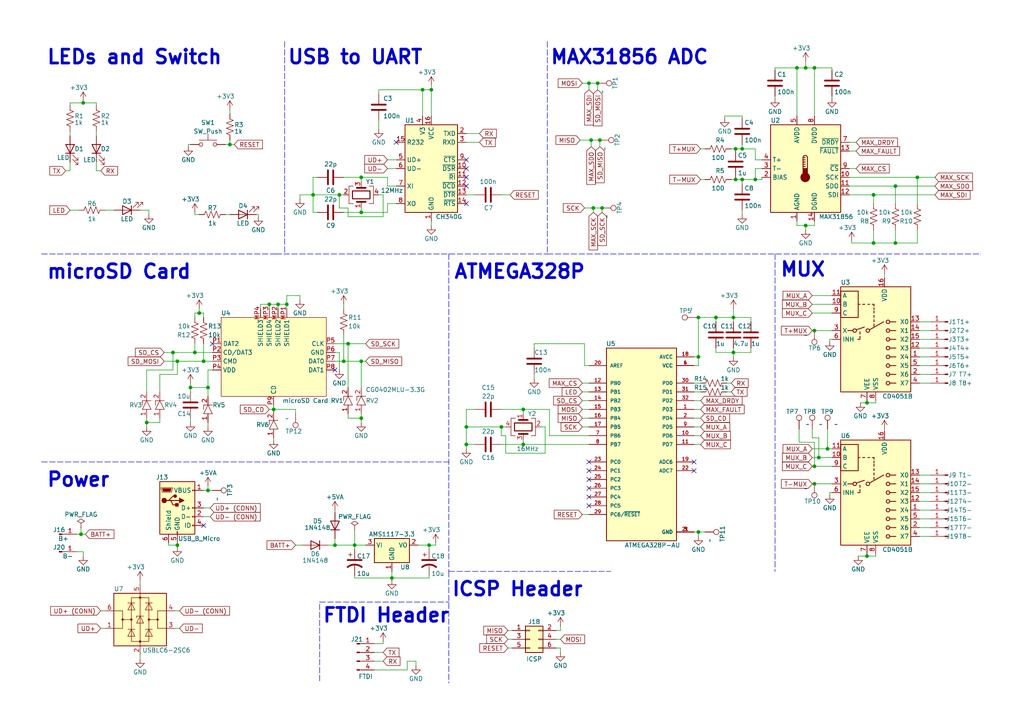
<source format=kicad_sch>
(kicad_sch (version 20230121) (generator eeschema)
  (paper "A4")
  (title_block (title "Temperature Thing with Thermocouple - 3.3V") (rev "v2.0.1") (comment 1 "Siddhaanth S Iyer") (comment 2 "Designed and Developed by for DRDO,") (comment 3 "made to work with Thermocouples") (comment 4 "A Temperature Reading and Storage Device"))
  (lib_symbols
    (symbol "ATMEGA328P-AU:ATMEGA328P-AU" (pin_names (offset 1.016))
      (property "Reference" "U" (at -10.1755 29.2546 0))
      (property "Value" "ATMEGA328P-AU" (at -10.1669 -31.7714 0))
      (symbol "ATMEGA328P-AU_0_0"
        (pin bidirectional line (at 15.24 10.16 180) (length 5.08) (name "PD3") (number "1"))
        (pin bidirectional line (at 15.24 2.54 180) (length 5.08) (name "PD6") (number "10"))
        (pin bidirectional line (at 15.24 0 180) (length 5.08) (name "PD7") (number "11"))
        (pin bidirectional line (at -15.24 17.78 0) (length 5.08) (name "PB0") (number "12"))
        (pin bidirectional line (at -15.24 15.24 0) (length 5.08) (name "PB1") (number "13"))
        (pin bidirectional line (at -15.24 12.7 0) (length 5.08) (name "PB2") (number "14"))
        (pin bidirectional line (at -15.24 10.16 0) (length 5.08) (name "PB3") (number "15"))
        (pin bidirectional line (at -15.24 7.62 0) (length 5.08) (name "PB4") (number "16"))
        (pin bidirectional line (at -15.24 5.08 0) (length 5.08) (name "PB5") (number "17"))
        (pin power_in line (at 15.24 25.4 180) (length 5.08) (name "AVCC") (number "18"))
        (pin bidirectional line (at 15.24 -5.08 180) (length 5.08) (name "ADC6") (number "19"))
        (pin bidirectional line (at 15.24 7.62 180) (length 5.08) (name "PD4") (number "2"))
        (pin input line (at -15.24 22.86 0) (length 5.08) (name "AREF") (number "20"))
        (pin power_in line (at 15.24 -25.4 180) (length 5.08) (name "GND") (number "21"))
        (pin bidirectional line (at 15.24 -7.62 180) (length 5.08) (name "ADC7") (number "22"))
        (pin bidirectional line (at -15.24 -5.08 0) (length 5.08) (name "PC0") (number "23"))
        (pin bidirectional line (at -15.24 -7.62 0) (length 5.08) (name "PC1") (number "24"))
        (pin bidirectional line (at -15.24 -10.16 0) (length 5.08) (name "PC2") (number "25"))
        (pin bidirectional line (at -15.24 -12.7 0) (length 5.08) (name "PC3") (number "26"))
        (pin bidirectional line (at -15.24 -15.24 0) (length 5.08) (name "PC4") (number "27"))
        (pin bidirectional line (at -15.24 -17.78 0) (length 5.08) (name "PC5") (number "28"))
        (pin bidirectional line (at -15.24 -20.32 0) (length 5.08) (name "PC6/~{RESET}") (number "29"))
        (pin power_in line (at 15.24 -25.4 180) (length 5.08) (name "GND") (number "3"))
        (pin bidirectional line (at 15.24 17.78 180) (length 5.08) (name "PD0") (number "30"))
        (pin bidirectional line (at 15.24 15.24 180) (length 5.08) (name "PD1") (number "31"))
        (pin bidirectional line (at 15.24 12.7 180) (length 5.08) (name "PD2") (number "32"))
        (pin power_in line (at 15.24 22.86 180) (length 5.08) (name "VCC") (number "4"))
        (pin power_in line (at 15.24 -25.4 180) (length 5.08) (name "GND") (number "5"))
        (pin power_in line (at 15.24 22.86 180) (length 5.08) (name "VCC") (number "6"))
        (pin bidirectional line (at -15.24 2.54 0) (length 5.08) (name "PB6") (number "7"))
        (pin bidirectional line (at -15.24 0 0) (length 5.08) (name "PB7") (number "8"))
        (pin bidirectional line (at 15.24 5.08 180) (length 5.08) (name "PD5") (number "9"))
      )
    )
    (symbol "Analog_Switch:CD4051B"
      (property "Reference" "U" (at -10.16 16.51 0))
      (property "Value" "CD4051B" (at 3.81 16.51 0))
      (symbol "CD4051B_1_1"
        (pin bidirectional line (at 12.7 -5.08 180) (length 2.54) (name "X4") (number "1"))
        (pin input line (at -12.7 10.16 0) (length 2.54) (name "B") (number "10"))
        (pin input line (at -12.7 12.7 0) (length 2.54) (name "A") (number "11"))
        (pin bidirectional line (at 12.7 -2.54 180) (length 2.54) (name "X3") (number "12"))
        (pin bidirectional line (at 12.7 5.08 180) (length 2.54) (name "X0") (number "13"))
        (pin bidirectional line (at 12.7 2.54 180) (length 2.54) (name "X1") (number "14"))
        (pin bidirectional line (at 12.7 0 180) (length 2.54) (name "X2") (number "15"))
        (pin power_in line (at 2.54 17.78 270) (length 2.54) (name "VDD") (number "16"))
        (pin bidirectional line (at 12.7 -10.16 180) (length 2.54) (name "X6") (number "2"))
        (pin bidirectional line (at -12.7 2.54 0) (length 2.54) (name "X") (number "3"))
        (pin bidirectional line (at 12.7 -12.7 180) (length 2.54) (name "X7") (number "4"))
        (pin bidirectional line (at 12.7 -7.62 180) (length 2.54) (name "X5") (number "5"))
        (pin input line (at -12.7 0 0) (length 2.54) (name "INH") (number "6"))
        (pin power_in line (at -2.54 -17.78 90) (length 2.54) (name "VEE") (number "7"))
        (pin power_in line (at 0 -17.78 90) (length 2.54) (name "VSS") (number "8"))
        (pin input line (at -12.7 7.62 0) (length 2.54) (name "C") (number "9"))
      )
    )
    (symbol "CG402MLU-3_3G:CG0402MLU-3.3G" (pin_names hide)
      (property "Reference" "RV" (at -1.27 3.81 0))
      (property "Value" "CG0402MLU-3.3G" (at -2.54 -1.27 0))
      (symbol "CG0402MLU-3.3G_1_1"
        (pin passive line (at -3.81 0 0) (length 2.54) (name "1") (number "1"))
        (pin passive line (at 3.81 0 180) (length 2.54) (name "2") (number "2"))
      )
    )
    (symbol "Connector:Conn_01x01_Pin" (pin_names (offset 1.016) hide)
      (property "Reference" "J" (at 0 2.54 0))
      (property "Value" "Conn_01x01_Pin" (at 0 -2.54 0))
      (symbol "Conn_01x01_Pin_1_1"
        (pin passive line (at 5.08 0 180) (length 3.81) (name "Pin_1") (number "1"))
      )
    )
    (symbol "Connector:Conn_01x04_Pin" (pin_names (offset 1.016) hide)
      (property "Reference" "J" (at 0 5.08 0))
      (property "Value" "Conn_01x04_Pin" (at 0 -7.62 0))
      (symbol "Conn_01x04_Pin_1_1"
        (pin passive line (at 5.08 2.54 180) (length 3.81) (name "Pin_1") (number "1"))
        (pin passive line (at 5.08 0 180) (length 3.81) (name "Pin_2") (number "2"))
        (pin passive line (at 5.08 -2.54 180) (length 3.81) (name "Pin_3") (number "3"))
        (pin passive line (at 5.08 -5.08 180) (length 3.81) (name "Pin_4") (number "4"))
      )
    )
    (symbol "Connector:TestPoint" (pin_numbers hide) (pin_names (offset 0.762) hide)
      (property "Reference" "TP" (at 0 6.858 0))
      (property "Value" "TestPoint" (at 0 5.08 0))
      (symbol "TestPoint_1_1"
        (pin passive line (at 0 0 90) (length 2.54) (name "1") (number "1"))
      )
    )
    (symbol "Connector:USB_B_Micro" (pin_names (offset 1.016))
      (property "Reference" "J" (at -5.08 11.43 0))
      (property "Value" "USB_B_Micro" (at -5.08 8.89 0))
      (symbol "USB_B_Micro_1_1"
        (pin power_out line (at 7.62 5.08 180) (length 2.54) (name "VBUS") (number "1"))
        (pin bidirectional line (at 7.62 -2.54 180) (length 2.54) (name "D-") (number "2"))
        (pin bidirectional line (at 7.62 0 180) (length 2.54) (name "D+") (number "3"))
        (pin passive line (at 7.62 -5.08 180) (length 2.54) (name "ID") (number "4"))
        (pin power_out line (at 0 -10.16 90) (length 2.54) (name "GND") (number "5"))
        (pin passive line (at -2.54 -10.16 90) (length 2.54) (name "Shield") (number "6"))
      )
    )
    (symbol "Connector_Generic:Conn_02x03_Odd_Even" (pin_names (offset 1.016) hide)
      (property "Reference" "J" (at 1.27 5.08 0))
      (property "Value" "Conn_02x03_Odd_Even" (at 1.27 -5.08 0))
      (symbol "Conn_02x03_Odd_Even_1_1"
        (pin passive line (at -5.08 2.54 0) (length 3.81) (name "Pin_1") (number "1"))
        (pin passive line (at 7.62 2.54 180) (length 3.81) (name "Pin_2") (number "2"))
        (pin passive line (at -5.08 0 0) (length 3.81) (name "Pin_3") (number "3"))
        (pin passive line (at 7.62 0 180) (length 3.81) (name "Pin_4") (number "4"))
        (pin passive line (at -5.08 -2.54 0) (length 3.81) (name "Pin_5") (number "5"))
        (pin passive line (at 7.62 -2.54 180) (length 3.81) (name "Pin_6") (number "6"))
      )
    )
    (symbol "Device:C" (pin_numbers hide) (pin_names (offset 0.254))
      (property "Reference" "C" (at 0.635 2.54 0))
      (property "Value" "C" (at 0.635 -2.54 0))
      (symbol "C_1_1"
        (pin passive line (at 0 3.81 270) (length 2.794) (name "~") (number "1"))
        (pin passive line (at 0 -3.81 90) (length 2.794) (name "~") (number "2"))
      )
    )
    (symbol "Device:C_Polarized_US" (pin_numbers hide) (pin_names (offset 0.254) hide)
      (property "Reference" "C" (at 0.635 2.54 0))
      (property "Value" "C_Polarized_US" (at 0.635 -2.54 0))
      (symbol "C_Polarized_US_1_1"
        (pin passive line (at 0 3.81 270) (length 2.794) (name "~") (number "1"))
        (pin passive line (at 0 -3.81 90) (length 3.302) (name "~") (number "2"))
      )
    )
    (symbol "Device:Crystal_GND24" (pin_names (offset 1.016) hide)
      (property "Reference" "Y" (at 3.175 5.08 0))
      (property "Value" "Crystal_GND24" (at 3.175 3.175 0))
      (symbol "Crystal_GND24_1_1"
        (pin passive line (at -3.81 0 0) (length 1.27) (name "1") (number "1"))
        (pin passive line (at 0 5.08 270) (length 1.27) (name "2") (number "2"))
        (pin passive line (at 3.81 0 180) (length 1.27) (name "3") (number "3"))
        (pin passive line (at 0 -5.08 90) (length 1.27) (name "4") (number "4"))
      )
    )
    (symbol "Device:LED" (pin_numbers hide) (pin_names (offset 1.016) hide)
      (property "Reference" "D" (at 0 2.54 0))
      (property "Value" "LED" (at 0 -2.54 0))
      (symbol "LED_1_1"
        (pin passive line (at -3.81 0 0) (length 2.54) (name "K") (number "1"))
        (pin passive line (at 3.81 0 180) (length 2.54) (name "A") (number "2"))
      )
    )
    (symbol "Device:R_US" (pin_numbers hide) (pin_names (offset 0))
      (property "Reference" "R" (at 2.54 0 90))
      (property "Value" "R_US" (at -2.54 0 90))
      (symbol "R_US_1_1"
        (pin passive line (at 0 3.81 270) (length 1.27) (name "~") (number "1"))
        (pin passive line (at 0 -3.81 90) (length 1.27) (name "~") (number "2"))
      )
    )
    (symbol "Diode:1N4148" (pin_numbers hide) (pin_names hide)
      (property "Reference" "D" (at 0 2.54 0))
      (property "Value" "1N4148" (at 0 -2.54 0))
      (symbol "1N4148_1_1"
        (pin passive line (at -3.81 0 0) (length 2.54) (name "K") (number "1"))
        (pin passive line (at 3.81 0 180) (length 2.54) (name "A") (number "2"))
      )
    )
    (symbol "GCT-MICROSD-HOLDER:GCT-MICROSD-HOLDER"
      (property "Reference" "U" (at -13.97 12.7 0))
      (property "Value" "microSD Card Holder (Push-Push)" (at 17.78 -12.7 0))
      (symbol "GCT-MICROSD-HOLDER_1_1"
        (pin input line (at 3.81 13.97 270) (length 2.54) (name "SHIELD1") (number "MP1"))
        (pin input line (at 1.27 13.97 270) (length 2.54) (name "SHIELD2") (number "MP2"))
        (pin input line (at -1.27 13.97 270) (length 2.54) (name "SHIELD4") (number "MP3"))
        (pin input line (at -3.81 13.97 270) (length 2.54) (name "SHIELD3") (number "MP4"))
        (pin bidirectional line (at -17.78 3.81 0) (length 2.54) (name "DAT2") (number "P1"))
        (pin bidirectional line (at -17.78 1.27 0) (length 2.54) (name "CD/DAT3") (number "P2"))
        (pin input line (at -17.78 -1.27 0) (length 2.54) (name "CMD") (number "P3"))
        (pin input line (at -17.78 -3.81 0) (length 2.54) (name "VDD") (number "P4"))
        (pin input line (at 17.78 3.81 180) (length 2.54) (name "CLK") (number "P5"))
        (pin input line (at 17.78 1.27 180) (length 2.54) (name "GND") (number "P6"))
        (pin bidirectional line (at 17.78 -1.27 180) (length 2.54) (name "DAT0") (number "P7"))
        (pin bidirectional line (at 17.78 -3.81 180) (length 2.54) (name "DAT1") (number "P8"))
        (pin input line (at 0 -13.97 90) (length 2.54) (name "CD") (number "P9"))
      )
    )
    (symbol "Interface_USB:CH340G"
      (property "Reference" "U" (at -5.08 13.97 0))
      (property "Value" "CH340G" (at 1.27 13.97 0))
      (symbol "CH340G_1_1"
        (pin power_in line (at 0 -15.24 90) (length 2.54) (name "GND") (number "1"))
        (pin input line (at 10.16 0 180) (length 2.54) (name "~{DSR}") (number "10"))
        (pin input line (at 10.16 -2.54 180) (length 2.54) (name "~{RI}") (number "11"))
        (pin input line (at 10.16 -5.08 180) (length 2.54) (name "~{DCD}") (number "12"))
        (pin output line (at 10.16 -7.62 180) (length 2.54) (name "~{DTR}") (number "13"))
        (pin output line (at 10.16 -10.16 180) (length 2.54) (name "~{RTS}") (number "14"))
        (pin input line (at -10.16 7.62 0) (length 2.54) (name "R232") (number "15"))
        (pin power_in line (at 0 15.24 270) (length 2.54) (name "VCC") (number "16"))
        (pin output line (at 10.16 10.16 180) (length 2.54) (name "TXD") (number "2"))
        (pin input line (at 10.16 7.62 180) (length 2.54) (name "RXD") (number "3"))
        (pin passive line (at -2.54 15.24 270) (length 2.54) (name "V3") (number "4"))
        (pin bidirectional line (at -10.16 2.54 0) (length 2.54) (name "UD+") (number "5"))
        (pin bidirectional line (at -10.16 0 0) (length 2.54) (name "UD-") (number "6"))
        (pin input line (at -10.16 -5.08 0) (length 2.54) (name "XI") (number "7"))
        (pin output line (at -10.16 -10.16 0) (length 2.54) (name "XO") (number "8"))
        (pin input line (at 10.16 2.54 180) (length 2.54) (name "~{CTS}") (number "9"))
      )
    )
    (symbol "Power_Protection:USBLC6-2SC6" (pin_names hide)
      (property "Reference" "U" (at 2.54 8.89 0))
      (property "Value" "USBLC6-2SC6" (at 2.54 -8.89 0))
      (symbol "USBLC6-2SC6_1_1"
        (pin passive line (at -10.16 -2.54 0) (length 2.54) (name "I/O1") (number "1"))
        (pin passive line (at 0 -10.16 90) (length 2.54) (name "GND") (number "2"))
        (pin passive line (at 10.16 -2.54 180) (length 2.54) (name "I/O2") (number "3"))
        (pin passive line (at 10.16 2.54 180) (length 2.54) (name "I/O2") (number "4"))
        (pin passive line (at 0 10.16 270) (length 2.54) (name "VBUS") (number "5"))
        (pin passive line (at -10.16 2.54 0) (length 2.54) (name "I/O1") (number "6"))
      )
    )
    (symbol "Regulator_Linear:AMS1117-3.3"
      (property "Reference" "U" (at -3.81 3.175 0))
      (property "Value" "AMS1117-3.3" (at 0 3.175 0))
      (symbol "AMS1117-3.3_1_1"
        (pin power_in line (at 0 -7.62 90) (length 2.54) (name "GND") (number "1"))
        (pin power_out line (at 7.62 0 180) (length 2.54) (name "VO") (number "2"))
        (pin power_in line (at -7.62 0 0) (length 2.54) (name "VI") (number "3"))
      )
    )
    (symbol "Sensor_Temperature:MAX31856"
      (property "Reference" "U" (at -7.62 13.97 0))
      (property "Value" "MAX31856" (at 13.97 13.97 0))
      (symbol "MAX31856_1_1"
        (pin power_in line (at -2.54 -15.24 90) (length 2.54) (name "AGND") (number "1"))
        (pin input line (at 12.7 -2.54 180) (length 2.54) (name "SCK") (number "10"))
        (pin output line (at 12.7 -5.08 180) (length 2.54) (name "SDO") (number "11"))
        (pin input line (at 12.7 -7.62 180) (length 2.54) (name "SDI") (number "12"))
        (pin output line (at 12.7 5.08 180) (length 2.54) (name "~{FAULT}") (number "13"))
        (pin power_in line (at 2.54 -15.24 90) (length 2.54) (name "DGND") (number "14"))
        (pin input line (at -12.7 -2.54 0) (length 2.54) (name "BIAS") (number "2"))
        (pin input line (at -12.7 0 0) (length 2.54) (name "T-") (number "3"))
        (pin input line (at -12.7 2.54 0) (length 2.54) (name "T+") (number "4"))
        (pin power_in line (at -2.54 15.24 270) (length 2.54) (name "AVDD") (number "5"))
        (pin no_connect line (at -10.16 -7.62 0) (length 2.54) hide (name "DNC") (number "6"))
        (pin output line (at 12.7 7.62 180) (length 2.54) (name "~{DRDY}") (number "7"))
        (pin power_in line (at 2.54 15.24 270) (length 2.54) (name "DVDD") (number "8"))
        (pin input line (at 12.7 0 180) (length 2.54) (name "~{CS}") (number "9"))
      )
    )
    (symbol "Switch:SW_Push" (pin_numbers hide) (pin_names (offset 1.016) hide)
      (property "Reference" "SW" (at 1.27 2.54 0))
      (property "Value" "SW_Push" (at 0 -1.524 0))
      (symbol "SW_Push_0_1"
        (pin passive line (at -5.08 0 0) (length 2.54) (name "1") (number "1"))
        (pin passive line (at 5.08 0 180) (length 2.54) (name "2") (number "2"))
      )
    )
    (symbol "power:+3V3" (power) (pin_names (offset 0))
      (property "Value" "+3V3" (at 0 3.556 0))
      (symbol "+3V3_1_1"
        (pin power_in line (at 0 0 90) (length 0) hide (name "+3V3") (number "1"))
      )
    )
    (symbol "power:+5VA" (power) (pin_names (offset 0))
      (property "Value" "+5VA" (at 0 3.556 0))
      (symbol "+5VA_1_1"
        (pin power_in line (at 0 0 90) (length 0) hide (name "+5VA") (number "1"))
      )
    )
    (symbol "power:GND" (power) (pin_names (offset 0))
      (property "Value" "GND" (at 0 -3.81 0))
      (symbol "GND_1_1"
        (pin power_in line (at 0 0 270) (length 0) hide (name "GND") (number "1"))
      )
    )
    (symbol "power:PWR_FLAG" (power) (pin_numbers hide) (pin_names (offset 0) hide)
      (property "Value" "PWR_FLAG" (at 0 3.81 0))
      (symbol "PWR_FLAG_0_0"
        (pin power_out line (at 0 0 90) (length 0) (name "pwr") (number "1"))
      )
    )
  )
  (junction (at 236.22 95.885))
  (junction (at 212.725 102.235))
  (junction (at 113.665 167.64))
  (junction (at 231.14 19.685))
  (junction (at 145.415 123.825))
  (junction (at 215.265 52.07))
  (junction (at 173.99 40.64))
  (junction (at 237.49 132.715))
  (junction (at 59.055 104.775))
  (junction (at 135.255 128.905))
  (junction (at 78.105 88.265))
  (junction (at 104.775 51.435))
  (junction (at 122.555 26.035))
  (junction (at 213.36 43.18))
  (junction (at 219.075 52.07))
  (junction (at 56.515 102.235))
  (junction (at 174.625 60.325))
  (junction (at 233.68 65.405))
  (junction (at 266.065 51.435))
  (junction (at 42.545 122.555))
  (junction (at 97.155 158.115))
  (junction (at 253.365 70.485))
  (junction (at 125.095 26.035))
  (junction (at 23.495 154.94))
  (junction (at 173.355 24.13))
  (junction (at 24.13 29.845))
  (junction (at 60.325 142.24))
  (junction (at 172.085 60.325))
  (junction (at 259.715 53.975))
  (junction (at 104.775 121.285))
  (junction (at 90.805 56.515))
  (junction (at 171.45 40.64))
  (junction (at 236.22 140.335))
  (junction (at 259.715 70.485))
  (junction (at 102.87 158.115))
  (junction (at 202.565 154.305))
  (junction (at 207.645 92.075))
  (junction (at 99.695 104.775))
  (junction (at 50.165 102.235))
  (junction (at 240.03 130.175))
  (junction (at 251.46 161.29))
  (junction (at 100.965 99.695))
  (junction (at 98.425 56.515))
  (junction (at 104.775 61.595))
  (junction (at 124.46 158.115))
  (junction (at 233.68 19.685))
  (junction (at 215.265 43.18))
  (junction (at 202.565 103.505))
  (junction (at 251.46 116.84))
  (junction (at 236.22 19.685))
  (junction (at 51.435 158.115))
  (junction (at 135.255 123.825))
  (junction (at 253.365 56.515))
  (junction (at 151.765 118.745))
  (junction (at 83.185 88.265))
  (junction (at 236.22 135.255))
  (junction (at 170.815 24.13))
  (junction (at 151.765 128.905))
  (junction (at 60.325 112.395))
  (junction (at 104.775 104.775))
  (junction (at 66.675 41.91))
  (junction (at 79.375 118.745))
  (junction (at 51.435 104.775))
  (junction (at 212.725 92.075))
  (junction (at 213.36 52.07))
  (junction (at 55.245 112.395))
  (junction (at 80.645 88.265))
  (junction (at 202.565 92.075))
  (junction (at 57.785 90.805))
  (no_connect (at 170.815 144.145))
  (no_connect (at 135.255 59.055))
  (no_connect (at 170.815 136.525))
  (no_connect (at 59.055 152.4))
  (no_connect (at 170.815 146.685))
  (no_connect (at 201.295 136.525))
  (no_connect (at 135.255 51.435))
  (no_connect (at 135.255 48.895))
  (no_connect (at 170.815 133.985))
  (no_connect (at 135.255 46.355))
  (no_connect (at 201.295 133.985))
  (no_connect (at 170.815 141.605))
  (no_connect (at 135.255 53.975))
  (no_connect (at 97.155 107.315))
  (no_connect (at 170.815 139.065))
  (no_connect (at 114.935 41.275))
  (no_connect (at 61.595 99.695))
  (wire (pts (xy 42.545 121.285) (xy 42.545 122.555)))
  (wire (pts (xy 111.125 186.69) (xy 111.125 186.055)))
  (wire (pts (xy 224.79 27.94) (xy 224.79 28.575)))
  (wire (pts (xy 266.065 70.485) (xy 259.715 70.485)))
  (wire (pts (xy 59.055 104.775) (xy 61.595 104.775)))
  (wire (pts (xy 40.64 168.275) (xy 40.64 169.545)))
  (polyline (pts (xy 130.175 165.735) (xy 130.175 198.12)) (stroke (width 0) (type dash)))
  (wire (pts (xy 235.585 88.265) (xy 241.3 88.265)))
  (wire (pts (xy 102.87 158.115) (xy 106.045 158.115)))
  (wire (pts (xy 169.545 106.045) (xy 169.545 99.695)))
  (wire (pts (xy 266.7 111.125) (xy 269.875 111.125)))
  (wire (pts (xy 251.46 160.655) (xy 251.46 161.29)))
  (wire (pts (xy 254 116.205) (xy 254 116.84)))
  (wire (pts (xy 60.325 107.315) (xy 60.325 112.395)))
  (wire (pts (xy 112.395 61.595) (xy 104.775 61.595)))
  (wire (pts (xy 66.675 31.75) (xy 66.675 33.02)))
  (wire (pts (xy 253.365 56.515) (xy 246.38 56.515)))
  (wire (pts (xy 135.255 123.825) (xy 135.255 128.905)))
  (wire (pts (xy 231.14 19.685) (xy 231.14 33.655)))
  (wire (pts (xy 168.91 149.225) (xy 170.815 149.225)))
  (wire (pts (xy 79.375 118.745) (xy 79.375 117.475)))
  (wire (pts (xy 266.7 93.345) (xy 269.875 93.345)))
  (wire (pts (xy 240.665 143.51) (xy 240.665 142.875)))
  (wire (pts (xy 210.185 33.655) (xy 210.185 34.29)))
  (polyline (pts (xy 92.71 174.625) (xy 130.175 174.625)) (stroke (width 0) (type dash)))
  (wire (pts (xy 146.685 131.445) (xy 146.685 126.365)))
  (wire (pts (xy 100.965 99.695) (xy 106.045 99.695)))
  (wire (pts (xy 212.09 43.18) (xy 213.36 43.18)))
  (wire (pts (xy 122.555 26.035) (xy 125.095 26.035)))
  (wire (pts (xy 104.775 104.775) (xy 106.045 104.775)))
  (wire (pts (xy 259.715 70.485) (xy 259.715 66.675)))
  (wire (pts (xy 158.115 131.445) (xy 146.685 131.445)))
  (wire (pts (xy 56.515 92.075) (xy 56.515 90.805)))
  (wire (pts (xy 266.7 150.495) (xy 269.875 150.495)))
  (wire (pts (xy 259.715 53.975) (xy 271.145 53.975)))
  (wire (pts (xy 266.7 98.425) (xy 269.875 98.425)))
  (wire (pts (xy 231.775 128.27) (xy 236.22 128.27)))
  (wire (pts (xy 20.32 30.48) (xy 20.32 29.845)))
  (wire (pts (xy 27.94 38.1) (xy 27.94 39.37)))
  (wire (pts (xy 266.7 145.415) (xy 269.875 145.415)))
  (wire (pts (xy 100.965 121.285) (xy 104.775 121.285)))
  (wire (pts (xy 251.46 116.84) (xy 254 116.84)))
  (wire (pts (xy 86.995 85.725) (xy 86.995 86.995)))
  (wire (pts (xy 224.79 20.32) (xy 224.79 19.685)))
  (wire (pts (xy 95.25 158.115) (xy 97.155 158.115)))
  (wire (pts (xy 56.515 61.595) (xy 56.515 62.23)))
  (wire (pts (xy 168.91 121.285) (xy 170.815 121.285)))
  (wire (pts (xy 145.415 56.515) (xy 147.955 56.515)))
  (wire (pts (xy 56.515 99.695) (xy 56.515 102.235)))
  (wire (pts (xy 20.32 38.1) (xy 20.32 39.37)))
  (wire (pts (xy 168.91 123.825) (xy 170.815 123.825)))
  (polyline (pts (xy 12.065 73.66) (xy 80.01 73.66)) (stroke (width 0) (type dash)))
  (wire (pts (xy 212.725 102.235) (xy 212.725 103.505)))
  (wire (pts (xy 47.625 104.775) (xy 51.435 104.775)))
  (wire (pts (xy 55.245 112.395) (xy 55.245 113.665)))
  (wire (pts (xy 207.645 92.075) (xy 212.725 92.075)))
  (wire (pts (xy 235.585 132.715) (xy 237.49 132.715)))
  (wire (pts (xy 173.99 40.64) (xy 171.45 40.64)))
  (wire (pts (xy 172.085 60.325) (xy 172.085 61.595)))
  (wire (pts (xy 253.365 56.515) (xy 271.145 56.515)))
  (polyline (pts (xy 130.175 73.66) (xy 130.175 165.735)) (stroke (width 0) (type dash)))
  (wire (pts (xy 23.495 154.94) (xy 24.765 154.94)))
  (wire (pts (xy 78.105 88.265) (xy 75.565 88.265)))
  (wire (pts (xy 20.32 29.845) (xy 24.13 29.845)))
  (wire (pts (xy 247.015 70.485) (xy 247.015 69.85)))
  (wire (pts (xy 112.395 53.975) (xy 114.935 53.975)))
  (wire (pts (xy 213.36 51.435) (xy 213.36 52.07)))
  (wire (pts (xy 135.255 41.275) (xy 139.065 41.275)))
  (wire (pts (xy 97.155 158.115) (xy 102.87 158.115)))
  (wire (pts (xy 102.87 167.005) (xy 102.87 167.64)))
  (wire (pts (xy 104.775 112.395) (xy 104.775 104.775)))
  (wire (pts (xy 212.725 89.535) (xy 212.725 92.075)))
  (wire (pts (xy 92.075 51.435) (xy 90.805 51.435)))
  (wire (pts (xy 219.075 46.355) (xy 219.075 43.18)))
  (wire (pts (xy 202.565 103.505) (xy 202.565 92.075)))
  (wire (pts (xy 168.91 111.125) (xy 170.815 111.125)))
  (wire (pts (xy 135.255 128.905) (xy 137.795 128.905)))
  (wire (pts (xy 50.165 107.315) (xy 42.545 107.315)))
  (wire (pts (xy 74.295 62.23) (xy 74.93 62.23)))
  (wire (pts (xy 80.645 88.265) (xy 78.105 88.265)))
  (wire (pts (xy 215.265 52.07) (xy 215.265 53.34)))
  (wire (pts (xy 135.255 56.515) (xy 137.795 56.515)))
  (wire (pts (xy 47.625 102.235) (xy 50.165 102.235)))
  (wire (pts (xy 233.68 19.685) (xy 236.22 19.685)))
  (wire (pts (xy 240.665 98.425) (xy 241.3 98.425)))
  (wire (pts (xy 266.7 142.875) (xy 269.875 142.875)))
  (wire (pts (xy 174.625 61.595) (xy 174.625 60.325)))
  (wire (pts (xy 122.555 26.035) (xy 122.555 33.655)))
  (wire (pts (xy 43.18 60.96) (xy 43.18 62.23)))
  (wire (pts (xy 22.225 160.02) (xy 24.13 160.02)))
  (wire (pts (xy 210.82 111.125) (xy 212.09 111.125)))
  (wire (pts (xy 51.435 157.48) (xy 51.435 158.115)))
  (wire (pts (xy 60.325 114.935) (xy 60.325 112.395)))
  (wire (pts (xy 42.545 122.555) (xy 42.545 123.825)))
  (wire (pts (xy 215.265 34.29) (xy 215.265 33.655)))
  (wire (pts (xy 170.815 24.13) (xy 173.355 24.13)))
  (polyline (pts (xy 80.01 73.66) (xy 158.75 73.66)) (stroke (width 0) (type dash)))
  (wire (pts (xy 201.295 154.305) (xy 202.565 154.305)))
  (wire (pts (xy 168.275 40.64) (xy 171.45 40.64)))
  (wire (pts (xy 213.36 52.07) (xy 215.265 52.07)))
  (wire (pts (xy 231.14 65.405) (xy 233.68 65.405)))
  (wire (pts (xy 202.565 154.305) (xy 204.47 154.305)))
  (wire (pts (xy 233.68 17.78) (xy 233.68 19.685)))
  (wire (pts (xy 135.255 128.905) (xy 135.255 130.175)))
  (wire (pts (xy 126.365 157.48) (xy 126.365 158.115)))
  (wire (pts (xy 161.29 185.42) (xy 162.56 185.42)))
  (wire (pts (xy 235.585 130.175) (xy 240.03 130.175)))
  (wire (pts (xy 125.095 26.035) (xy 125.095 33.655)))
  (wire (pts (xy 55.245 121.285) (xy 55.245 122.555)))
  (wire (pts (xy 170.815 126.365) (xy 159.385 126.365)))
  (wire (pts (xy 203.2 43.18) (xy 204.47 43.18)))
  (wire (pts (xy 83.185 89.535) (xy 83.185 88.265)))
  (wire (pts (xy 213.36 43.18) (xy 213.36 43.815)))
  (wire (pts (xy 246.38 51.435) (xy 266.065 51.435)))
  (wire (pts (xy 266.7 147.955) (xy 269.875 147.955)))
  (wire (pts (xy 246.38 53.975) (xy 259.715 53.975)))
  (wire (pts (xy 154.94 99.695) (xy 154.94 100.965)))
  (wire (pts (xy 50.8 182.245) (xy 52.07 182.245)))
  (wire (pts (xy 108.585 194.31) (xy 118.11 194.31)))
  (wire (pts (xy 85.725 118.745) (xy 85.725 120.015)))
  (wire (pts (xy 266.7 108.585) (xy 269.875 108.585)))
  (wire (pts (xy 121.285 158.115) (xy 124.46 158.115)))
  (wire (pts (xy 125.095 24.765) (xy 125.095 26.035)))
  (wire (pts (xy 66.675 41.91) (xy 67.945 41.91)))
  (wire (pts (xy 246.38 48.895) (xy 248.285 48.895)))
  (wire (pts (xy 137.795 118.745) (xy 135.255 118.745)))
  (wire (pts (xy 161.29 182.88) (xy 162.56 182.88)))
  (wire (pts (xy 60.325 122.555) (xy 60.325 123.825)))
  (wire (pts (xy 100.965 99.695) (xy 100.965 112.395)))
  (wire (pts (xy 59.055 149.86) (xy 60.96 149.86)))
  (wire (pts (xy 233.68 65.405) (xy 236.22 65.405)))
  (wire (pts (xy 219.075 46.355) (xy 220.98 46.355)))
  (wire (pts (xy 112.395 48.895) (xy 114.935 48.895)))
  (wire (pts (xy 56.515 90.805) (xy 57.785 90.805)))
  (wire (pts (xy 151.765 127.635) (xy 151.765 128.905)))
  (wire (pts (xy 256.54 124.46) (xy 256.54 125.095)))
  (wire (pts (xy 24.13 160.02) (xy 24.13 161.29)))
  (wire (pts (xy 90.805 61.595) (xy 92.075 61.595)))
  (wire (pts (xy 215.265 52.07) (xy 219.075 52.07)))
  (wire (pts (xy 135.255 38.735) (xy 139.065 38.735)))
  (wire (pts (xy 266.7 155.575) (xy 269.875 155.575)))
  (wire (pts (xy 201.295 118.745) (xy 203.2 118.745)))
  (wire (pts (xy 207.645 100.965) (xy 207.645 102.235)))
  (wire (pts (xy 236.22 140.335) (xy 241.3 140.335)))
  (wire (pts (xy 201.295 111.125) (xy 203.2 111.125)))
  (wire (pts (xy 240.665 142.875) (xy 241.3 142.875)))
  (wire (pts (xy 75.565 88.265) (xy 75.565 89.535)))
  (wire (pts (xy 202.565 154.305) (xy 202.565 155.575)))
  (wire (pts (xy 145.415 118.745) (xy 151.765 118.745)))
  (wire (pts (xy 97.155 102.235) (xy 98.425 102.235)))
  (wire (pts (xy 109.855 34.925) (xy 109.855 37.465)))
  (wire (pts (xy 256.54 79.375) (xy 256.54 80.645)))
  (wire (pts (xy 27.94 49.53) (xy 29.21 49.53)))
  (wire (pts (xy 201.295 121.285) (xy 203.2 121.285)))
  (polyline (pts (xy 224.79 73.66) (xy 224.79 165.735)) (stroke (width 0) (type dash)))
  (wire (pts (xy 201.295 113.665) (xy 203.2 113.665)))
  (wire (pts (xy 235.585 90.805) (xy 241.3 90.805)))
  (wire (pts (xy 113.665 167.64) (xy 124.46 167.64)))
  (wire (pts (xy 46.355 108.585) (xy 46.355 113.665)))
  (wire (pts (xy 201.93 92.075) (xy 202.565 92.075)))
  (wire (pts (xy 60.325 107.315) (xy 61.595 107.315)))
  (wire (pts (xy 50.165 102.235) (xy 56.515 102.235)))
  (wire (pts (xy 151.765 120.015) (xy 151.765 118.745)))
  (wire (pts (xy 235.585 95.885) (xy 236.22 95.885)))
  (wire (pts (xy 231.14 64.135) (xy 231.14 65.405)))
  (wire (pts (xy 100.965 62.865) (xy 100.965 60.325)))
  (wire (pts (xy 266.7 106.045) (xy 269.875 106.045)))
  (wire (pts (xy 145.415 128.905) (xy 151.765 128.905)))
  (wire (pts (xy 168.91 116.205) (xy 170.815 116.205)))
  (wire (pts (xy 201.295 103.505) (xy 202.565 103.505)))
  (wire (pts (xy 224.79 19.685) (xy 231.14 19.685)))
  (wire (pts (xy 97.155 99.695) (xy 100.965 99.695)))
  (wire (pts (xy 60.325 140.97) (xy 60.325 142.24)))
  (wire (pts (xy 102.87 153.67) (xy 102.87 158.115)))
  (wire (pts (xy 100.965 120.015) (xy 100.965 121.285)))
  (wire (pts (xy 112.395 46.355) (xy 114.935 46.355)))
  (wire (pts (xy 59.055 99.695) (xy 59.055 104.775)))
  (wire (pts (xy 104.775 51.435) (xy 112.395 51.435)))
  (wire (pts (xy 240.665 99.06) (xy 240.665 98.425)))
  (wire (pts (xy 120.65 191.77) (xy 120.65 193.04)))
  (wire (pts (xy 158.115 123.825) (xy 158.115 131.445)))
  (wire (pts (xy 212.725 102.235) (xy 212.725 100.965)))
  (wire (pts (xy 99.695 104.775) (xy 104.775 104.775)))
  (wire (pts (xy 112.395 51.435) (xy 112.395 53.975)))
  (wire (pts (xy 104.775 61.595) (xy 104.775 60.325)))
  (wire (pts (xy 246.38 43.815) (xy 248.285 43.815)))
  (wire (pts (xy 251.46 116.205) (xy 251.46 116.84)))
  (wire (pts (xy 59.055 92.075) (xy 59.055 90.805)))
  (wire (pts (xy 235.585 135.255) (xy 236.22 135.255)))
  (wire (pts (xy 266.7 95.885) (xy 269.875 95.885)))
  (wire (pts (xy 51.435 158.115) (xy 51.435 158.75)))
  (wire (pts (xy 201.295 116.205) (xy 203.2 116.205)))
  (wire (pts (xy 219.075 43.18) (xy 215.265 43.18)))
  (wire (pts (xy 108.585 189.23) (xy 111.125 189.23)))
  (wire (pts (xy 114.935 59.055) (xy 112.395 59.055)))
  (wire (pts (xy 237.49 132.715) (xy 241.3 132.715)))
  (wire (pts (xy 51.435 108.585) (xy 46.355 108.585)))
  (wire (pts (xy 145.415 123.825) (xy 145.415 126.365)))
  (wire (pts (xy 236.22 135.255) (xy 241.3 135.255)))
  (wire (pts (xy 86.995 57.785) (xy 86.995 56.515)))
  (wire (pts (xy 145.415 123.825) (xy 146.685 123.825)))
  (wire (pts (xy 237.49 127) (xy 237.49 132.715)))
  (wire (pts (xy 219.075 48.895) (xy 220.98 48.895)))
  (wire (pts (xy 20.32 46.99) (xy 20.32 49.53)))
  (wire (pts (xy 235.585 85.725) (xy 241.3 85.725)))
  (wire (pts (xy 168.91 118.745) (xy 170.815 118.745)))
  (wire (pts (xy 219.075 52.07) (xy 219.075 48.895)))
  (wire (pts (xy 215.265 43.18) (xy 213.36 43.18)))
  (wire (pts (xy 100.965 60.325) (xy 98.425 60.325)))
  (wire (pts (xy 202.565 92.075) (xy 207.645 92.075)))
  (wire (pts (xy 235.585 124.46) (xy 235.585 127)))
  (wire (pts (xy 266.065 66.675) (xy 266.065 70.485)))
  (wire (pts (xy 147.32 182.88) (xy 148.59 182.88)))
  (wire (pts (xy 212.725 102.235) (xy 217.805 102.235)))
  (wire (pts (xy 240.03 130.175) (xy 241.3 130.175)))
  (wire (pts (xy 215.265 60.96) (xy 215.265 62.23)))
  (polyline (pts (xy 158.75 12.065) (xy 158.75 73.66)) (stroke (width 0) (type dash)))
  (wire (pts (xy 266.7 153.035) (xy 269.875 153.035)))
  (wire (pts (xy 57.785 89.535) (xy 57.785 90.805)))
  (wire (pts (xy 86.995 56.515) (xy 90.805 56.515)))
  (wire (pts (xy 161.29 187.96) (xy 162.56 187.96)))
  (wire (pts (xy 98.425 56.515) (xy 99.695 56.515)))
  (wire (pts (xy 109.855 27.305) (xy 109.855 26.035)))
  (wire (pts (xy 201.295 128.905) (xy 203.2 128.905)))
  (wire (pts (xy 104.775 120.015) (xy 104.775 121.285)))
  (wire (pts (xy 220.98 51.435) (xy 220.98 52.07)))
  (wire (pts (xy 251.46 161.29) (xy 254 161.29)))
  (wire (pts (xy 207.645 93.345) (xy 207.645 92.075)))
  (wire (pts (xy 51.435 104.775) (xy 59.055 104.775)))
  (wire (pts (xy 24.13 29.845) (xy 27.94 29.845)))
  (wire (pts (xy 111.125 56.515) (xy 111.125 62.865)))
  (wire (pts (xy 135.255 123.825) (xy 145.415 123.825)))
  (wire (pts (xy 50.8 177.165) (xy 52.07 177.165)))
  (polyline (pts (xy 130.175 165.735) (xy 177.165 165.735)) (stroke (width 0) (type dash)))
  (wire (pts (xy 104.775 52.705) (xy 104.775 51.435)))
  (wire (pts (xy 147.32 185.42) (xy 148.59 185.42)))
  (wire (pts (xy 20.32 60.96) (xy 22.86 60.96)))
  (wire (pts (xy 97.155 156.21) (xy 97.155 158.115)))
  (wire (pts (xy 97.155 104.775) (xy 99.695 104.775)))
  (wire (pts (xy 235.585 140.335) (xy 236.22 140.335)))
  (wire (pts (xy 98.425 60.325) (xy 98.425 56.515)))
  (wire (pts (xy 46.355 121.285) (xy 46.355 122.555)))
  (wire (pts (xy 215.265 33.655) (xy 210.185 33.655)))
  (wire (pts (xy 253.365 59.055) (xy 253.365 56.515)))
  (wire (pts (xy 83.185 85.725) (xy 83.185 88.265)))
  (wire (pts (xy 55.245 111.125) (xy 55.245 112.395)))
  (wire (pts (xy 42.545 107.315) (xy 42.545 113.665)))
  (wire (pts (xy 162.56 187.96) (xy 162.56 189.23)))
  (wire (pts (xy 201.295 126.365) (xy 203.2 126.365)))
  (wire (pts (xy 109.855 26.035) (xy 122.555 26.035)))
  (wire (pts (xy 54.61 41.91) (xy 55.245 41.91)))
  (wire (pts (xy 168.91 24.13) (xy 170.815 24.13)))
  (wire (pts (xy 59.055 147.32) (xy 60.96 147.32)))
  (wire (pts (xy 147.32 187.96) (xy 148.59 187.96)))
  (wire (pts (xy 108.585 186.69) (xy 111.125 186.69)))
  (wire (pts (xy 212.725 92.075) (xy 212.725 93.345)))
  (polyline (pts (xy 158.75 73.66) (xy 284.48 73.66)) (stroke (width 0) (type dash)))
  (wire (pts (xy 210.82 113.665) (xy 212.09 113.665)))
  (wire (pts (xy 151.765 128.905) (xy 170.815 128.905)))
  (wire (pts (xy 207.645 102.235) (xy 212.725 102.235)))
  (wire (pts (xy 27.94 30.48) (xy 27.94 29.845)))
  (wire (pts (xy 215.265 41.91) (xy 215.265 43.18)))
  (wire (pts (xy 22.225 154.94) (xy 23.495 154.94)))
  (wire (pts (xy 162.56 182.88) (xy 162.56 181.61)))
  (wire (pts (xy 253.365 66.675) (xy 253.365 70.485)))
  (wire (pts (xy 124.46 158.115) (xy 126.365 158.115)))
  (wire (pts (xy 80.645 88.265) (xy 80.645 89.535)))
  (wire (pts (xy 246.38 41.275) (xy 248.285 41.275)))
  (wire (pts (xy 236.22 95.885) (xy 241.3 95.885)))
  (wire (pts (xy 266.7 103.505) (xy 269.875 103.505)))
  (wire (pts (xy 79.375 127) (xy 79.375 127.635)))
  (wire (pts (xy 154.94 108.585) (xy 154.94 109.855)))
  (wire (pts (xy 201.295 123.825) (xy 203.2 123.825)))
  (wire (pts (xy 135.255 118.745) (xy 135.255 123.825)))
  (wire (pts (xy 98.425 102.235) (xy 98.425 107.315)))
  (wire (pts (xy 170.815 24.13) (xy 170.815 26.035)))
  (wire (pts (xy 79.375 118.745) (xy 79.375 119.38)))
  (wire (pts (xy 48.895 158.115) (xy 51.435 158.115)))
  (wire (pts (xy 236.22 19.685) (xy 236.22 33.655)))
  (wire (pts (xy 172.085 60.325) (xy 174.625 60.325)))
  (wire (pts (xy 83.185 85.725) (xy 86.995 85.725)))
  (polyline (pts (xy 82.55 12.065) (xy 82.55 73.66)) (stroke (width 0) (type dash)))
  (wire (pts (xy 253.365 70.485) (xy 259.715 70.485)))
  (wire (pts (xy 19.05 49.53) (xy 20.32 49.53)))
  (wire (pts (xy 173.355 24.13) (xy 173.355 26.035)))
  (wire (pts (xy 171.45 40.64) (xy 171.45 42.545)))
  (wire (pts (xy 27.94 46.99) (xy 27.94 49.53)))
  (wire (pts (xy 78.105 88.265) (xy 78.105 89.535)))
  (wire (pts (xy 173.99 42.545) (xy 173.99 40.64)))
  (wire (pts (xy 159.385 118.745) (xy 151.765 118.745)))
  (wire (pts (xy 60.325 142.24) (xy 59.055 142.24)))
  (wire (pts (xy 259.715 53.975) (xy 259.715 59.055)))
  (wire (pts (xy 241.3 19.685) (xy 241.3 20.32)))
  (wire (pts (xy 125.095 64.135) (xy 125.095 65.405)))
  (wire (pts (xy 217.805 102.235) (xy 217.805 100.965)))
  (wire (pts (xy 23.495 153.035) (xy 23.495 154.94)))
  (wire (pts (xy 220.98 52.07) (xy 219.075 52.07)))
  (wire (pts (xy 124.46 167.005) (xy 124.46 167.64)))
  (wire (pts (xy 241.3 27.94) (xy 241.3 28.575)))
  (wire (pts (xy 236.22 128.27) (xy 236.22 135.255)))
  (wire (pts (xy 85.725 158.115) (xy 87.63 158.115)))
  (wire (pts (xy 90.805 56.515) (xy 90.805 61.595)))
  (wire (pts (xy 112.395 59.055) (xy 112.395 61.595)))
  (wire (pts (xy 29.21 177.165) (xy 30.48 177.165)))
  (wire (pts (xy 54.61 42.545) (xy 54.61 41.91)))
  (wire (pts (xy 97.155 147.955) (xy 97.155 148.59)))
  (wire (pts (xy 266.7 137.795) (xy 269.875 137.795)))
  (wire (pts (xy 212.09 52.07) (xy 213.36 52.07)))
  (wire (pts (xy 59.055 90.805) (xy 57.785 90.805)))
  (wire (pts (xy 78.105 118.745) (xy 79.375 118.745)))
  (wire (pts (xy 46.355 122.555) (xy 42.545 122.555)))
  (wire (pts (xy 111.125 62.865) (xy 100.965 62.865)))
  (wire (pts (xy 248.92 161.29) (xy 251.46 161.29)))
  (wire (pts (xy 48.895 157.48) (xy 48.895 158.115)))
  (wire (pts (xy 66.675 40.64) (xy 66.675 41.91)))
  (wire (pts (xy 90.805 51.435) (xy 90.805 56.515)))
  (wire (pts (xy 249.555 116.84) (xy 251.46 116.84)))
  (wire (pts (xy 56.515 102.235) (xy 61.595 102.235)))
  (wire (pts (xy 55.245 112.395) (xy 60.325 112.395)))
  (wire (pts (xy 104.775 121.285) (xy 104.775 122.555)))
  (wire (pts (xy 154.94 99.695) (xy 169.545 99.695)))
  (wire (pts (xy 99.695 88.265) (xy 99.695 89.535)))
  (wire (pts (xy 266.7 100.965) (xy 269.875 100.965)))
  (wire (pts (xy 118.11 191.77) (xy 120.65 191.77)))
  (wire (pts (xy 217.805 92.075) (xy 217.805 93.345)))
  (wire (pts (xy 266.7 140.335) (xy 269.875 140.335)))
  (wire (pts (xy 124.46 158.115) (xy 124.46 159.385)))
  (wire (pts (xy 102.87 159.385) (xy 102.87 158.115)))
  (wire (pts (xy 159.385 126.365) (xy 159.385 118.745)))
  (wire (pts (xy 65.405 62.23) (xy 66.675 62.23)))
  (wire (pts (xy 231.775 124.46) (xy 231.775 128.27)))
  (wire (pts (xy 50.165 102.235) (xy 50.165 107.315)))
  (wire (pts (xy 233.68 65.405) (xy 233.68 66.675)))
  (wire (pts (xy 169.545 60.325) (xy 172.085 60.325)))
  (wire (pts (xy 99.695 61.595) (xy 104.775 61.595)))
  (wire (pts (xy 113.665 167.64) (xy 113.665 168.275)))
  (wire (pts (xy 247.015 70.485) (xy 253.365 70.485)))
  (wire (pts (xy 212.725 92.075) (xy 217.805 92.075)))
  (wire (pts (xy 118.11 194.31) (xy 118.11 191.77)))
  (wire (pts (xy 266.065 51.435) (xy 271.145 51.435)))
  (wire (pts (xy 99.695 51.435) (xy 104.775 51.435)))
  (wire (pts (xy 40.64 189.865) (xy 40.64 191.135)))
  (wire (pts (xy 30.48 60.96) (xy 33.02 60.96)))
  (wire (pts (xy 203.2 52.07) (xy 204.47 52.07)))
  (wire (pts (xy 65.405 41.91) (xy 66.675 41.91)))
  (wire (pts (xy 99.695 97.155) (xy 99.695 104.775)))
  (wire (pts (xy 266.065 51.435) (xy 266.065 59.055)))
  (wire (pts (xy 231.14 19.685) (xy 233.68 19.685)))
  (wire (pts (xy 74.93 62.23) (xy 74.93 62.865)))
  (wire (pts (xy 56.515 62.23) (xy 57.785 62.23)))
  (wire (pts (xy 24.13 29.21) (xy 24.13 29.845)))
  (wire (pts (xy 79.375 118.745) (xy 85.725 118.745)))
  (wire (pts (xy 108.585 191.77) (xy 111.125 191.77)))
  (wire (pts (xy 236.22 19.685) (xy 241.3 19.685)))
  (wire (pts (xy 146.685 126.365) (xy 145.415 126.365)))
  (wire (pts (xy 40.64 60.96) (xy 43.18 60.96)))
  (wire (pts (xy 240.03 124.46) (xy 240.03 130.175)))
  (wire (pts (xy 156.845 123.825) (xy 158.115 123.825)))
  (wire (pts (xy 29.21 182.245) (xy 30.48 182.245)))
  (wire (pts (xy 202.565 106.045) (xy 201.295 106.045)))
  (wire (pts (xy 170.815 106.045) (xy 169.545 106.045)))
  (wire (pts (xy 83.185 88.265) (xy 80.645 88.265)))
  (wire (pts (xy 51.435 104.775) (xy 51.435 108.585)))
  (polyline (pts (xy 12.065 133.985) (xy 130.175 133.985)) (stroke (width 0) (type dash)))
  (wire (pts (xy 202.565 103.505) (xy 202.565 106.045)))
  (wire (pts (xy 236.22 65.405) (xy 236.22 64.135)))
  (wire (pts (xy 109.855 56.515) (xy 111.125 56.515)))
  (wire (pts (xy 113.665 165.735) (xy 113.665 167.64)))
  (wire (pts (xy 60.325 142.24) (xy 61.595 142.24)))
  (wire (pts (xy 254 161.29) (xy 254 160.655)))
  (polyline (pts (xy 92.71 197.485) (xy 92.71 174.625)) (stroke (width 0) (type dash)))
  (wire (pts (xy 168.91 113.665) (xy 170.815 113.665)))
  (wire (pts (xy 90.805 56.515) (xy 98.425 56.515)))
  (wire (pts (xy 235.585 127) (xy 237.49 127)))
  (wire (pts (xy 102.87 167.64) (xy 113.665 167.64)))
  (text "USB to UART" (at 83.185 19.05 0) (effects (font (size 4 4) (thickness 0.8) bold) (justify left bottom)))
  (text "ATMEGA328P" (at 131.445 81.28 0) (effects (font (size 4 4) (thickness 0.8) bold) (justify left bottom)))
  (text "LEDs and Switch" (at 13.335 19.05 0) (effects (font (size 4 4) (thickness 0.8) bold) (justify left bottom)))
  (text "MAX31856 ADC" (at 159.385 19.05 0) (effects (font (size 4 4) (thickness 0.8) bold) (justify left bottom)))
  (text "ICSP Header" (at 130.81 173.355 0) (effects (font (size 4 4) (thickness 0.8) bold) (justify left bottom)))
  (text "Power" (at 13.335 141.605 0) (effects (font (size 4 4) (thickness 0.8) bold) (justify left bottom)))
  (text "FTDI Header" (at 93.345 180.975 0) (effects (font (size 4 4) (thickness 0.8) bold) (justify left bottom)))
  (text "MUX" (at 226.06 80.645 0) (effects (font (size 4 4) (thickness 0.8) bold) (justify left bottom)))
  (text "microSD Card" (at 13.335 81.28 0) (effects (font (size 4 4) (thickness 0.8) bold) (justify left bottom)))
  (global_label "UD-" (shape input) (at 52.07 182.245 0) (property "Intersheetrefs" "${INTERSHEET_REFS}" (effects hide)))
  (global_label "MUX_A" (shape input) (at 235.585 130.175 180) (property "Intersheetrefs" "${INTERSHEET_REFS}" (effects hide)))
  (global_label "MAX_DRDY" (shape input) (at 203.2 116.205 0) (property "Intersheetrefs" "${INTERSHEET_REFS}" (effects hide)))
  (global_label "SD_MOSI" (shape input) (at 47.625 104.775 180) (property "Intersheetrefs" "${INTERSHEET_REFS}" (effects hide)))
  (global_label "LED" (shape input) (at 168.91 113.665 180) (property "Intersheetrefs" "${INTERSHEET_REFS}" (effects hide)))
  (global_label "MISO" (shape input) (at 147.32 182.88 180) (property "Intersheetrefs" "${INTERSHEET_REFS}" (effects hide)))
  (global_label "UD- (CONN)" (shape input) (at 52.07 177.165 0) (property "Intersheetrefs" "${INTERSHEET_REFS}" (effects hide)))
  (global_label "UD+" (shape input) (at 29.21 182.245 180) (property "Intersheetrefs" "${INTERSHEET_REFS}" (effects hide)))
  (global_label "SD_SCK" (shape input) (at 106.045 99.695 0) (property "Intersheetrefs" "${INTERSHEET_REFS}" (effects hide)))
  (global_label "T+MUX" (shape input) (at 203.2 43.18 180) (property "Intersheetrefs" "${INTERSHEET_REFS}" (effects hide)))
  (global_label "RESET" (shape input) (at 67.945 41.91 0) (property "Intersheetrefs" "${INTERSHEET_REFS}" (effects hide)))
  (global_label "MAX_SDI" (shape input) (at 271.145 56.515 0) (property "Intersheetrefs" "${INTERSHEET_REFS}" (effects hide)))
  (global_label "UD+" (shape input) (at 112.395 46.355 180) (property "Intersheetrefs" "${INTERSHEET_REFS}" (effects hide)))
  (global_label "T+MUX" (shape input) (at 235.585 95.885 180) (property "Intersheetrefs" "${INTERSHEET_REFS}" (effects hide)))
  (global_label "TX" (shape input) (at 111.125 189.23 0) (property "Intersheetrefs" "${INTERSHEET_REFS}" (effects hide)))
  (global_label "SD_CS" (shape input) (at 47.625 102.235 180) (property "Intersheetrefs" "${INTERSHEET_REFS}" (effects hide)))
  (global_label "BATT+" (shape input) (at 24.765 154.94 0) (property "Intersheetrefs" "${INTERSHEET_REFS}" (effects hide)))
  (global_label "SD_MISO" (shape input) (at 106.045 104.775 0) (property "Intersheetrefs" "${INTERSHEET_REFS}" (effects hide)))
  (global_label "RX" (shape input) (at 212.09 111.125 0) (property "Intersheetrefs" "${INTERSHEET_REFS}" (effects hide)))
  (global_label "SD_SCK" (shape input) (at 174.625 61.595 270) (property "Intersheetrefs" "${INTERSHEET_REFS}" (effects hide)))
  (global_label "BATT+" (shape input) (at 85.725 158.115 180) (property "Intersheetrefs" "${INTERSHEET_REFS}" (effects hide)))
  (global_label "T-MUX" (shape input) (at 235.585 140.335 180) (property "Intersheetrefs" "${INTERSHEET_REFS}" (effects hide)))
  (global_label "SD_CS" (shape input) (at 168.91 116.205 180) (property "Intersheetrefs" "${INTERSHEET_REFS}" (effects hide)))
  (global_label "UD-" (shape input) (at 112.395 48.895 180) (property "Intersheetrefs" "${INTERSHEET_REFS}" (effects hide)))
  (global_label "MUX_A" (shape input) (at 203.2 123.825 0) (property "Intersheetrefs" "${INTERSHEET_REFS}" (effects hide)))
  (global_label "UD+ (CONN)" (shape input) (at 29.21 177.165 180) (property "Intersheetrefs" "${INTERSHEET_REFS}" (effects hide)))
  (global_label "SD_CD" (shape input) (at 203.2 121.285 0) (property "Intersheetrefs" "${INTERSHEET_REFS}" (effects hide)))
  (global_label "TX" (shape input) (at 212.09 113.665 0) (property "Intersheetrefs" "${INTERSHEET_REFS}" (effects hide)))
  (global_label "MUX_A" (shape input) (at 235.585 85.725 180) (property "Intersheetrefs" "${INTERSHEET_REFS}" (effects hide)))
  (global_label "MAX_FAULT" (shape input) (at 203.2 118.745 0) (property "Intersheetrefs" "${INTERSHEET_REFS}" (effects hide)))
  (global_label "SD_MISO" (shape input) (at 173.99 42.545 270) (property "Intersheetrefs" "${INTERSHEET_REFS}" (effects hide)))
  (global_label "MUX_C" (shape input) (at 235.585 135.255 180) (property "Intersheetrefs" "${INTERSHEET_REFS}" (effects hide)))
  (global_label "MAX_SDI" (shape input) (at 170.815 26.035 270) (property "Intersheetrefs" "${INTERSHEET_REFS}" (effects hide)))
  (global_label "MAX_FAULT" (shape input) (at 248.285 43.815 0) (property "Intersheetrefs" "${INTERSHEET_REFS}" (effects hide)))
  (global_label "MAX_CS" (shape input) (at 168.91 111.125 180) (property "Intersheetrefs" "${INTERSHEET_REFS}" (effects hide)))
  (global_label "MUX_C" (shape input) (at 203.2 128.905 0) (property "Intersheetrefs" "${INTERSHEET_REFS}" (effects hide)))
  (global_label "MAX_SCK" (shape input) (at 172.085 61.595 270) (property "Intersheetrefs" "${INTERSHEET_REFS}" (effects hide)))
  (global_label "RX" (shape input) (at 111.125 191.77 0) (property "Intersheetrefs" "${INTERSHEET_REFS}" (effects hide)))
  (global_label "RESET" (shape input) (at 147.955 56.515 0) (property "Intersheetrefs" "${INTERSHEET_REFS}" (effects hide)))
  (global_label "MAX_DRDY" (shape input) (at 248.285 41.275 0) (property "Intersheetrefs" "${INTERSHEET_REFS}" (effects hide)))
  (global_label "MUX_B" (shape input) (at 235.585 88.265 180) (property "Intersheetrefs" "${INTERSHEET_REFS}" (effects hide)))
  (global_label "MUX_B" (shape input) (at 203.2 126.365 0) (property "Intersheetrefs" "${INTERSHEET_REFS}" (effects hide)))
  (global_label "SCK" (shape input) (at 147.32 185.42 180) (property "Intersheetrefs" "${INTERSHEET_REFS}" (effects hide)))
  (global_label "LED" (shape input) (at 20.32 60.96 180) (property "Intersheetrefs" "${INTERSHEET_REFS}" (effects hide)))
  (global_label "SCK" (shape input) (at 168.91 123.825 180) (property "Intersheetrefs" "${INTERSHEET_REFS}" (effects hide)))
  (global_label "MUX_B" (shape input) (at 235.585 132.715 180) (property "Intersheetrefs" "${INTERSHEET_REFS}" (effects hide)))
  (global_label "SCK" (shape input) (at 169.545 60.325 180) (property "Intersheetrefs" "${INTERSHEET_REFS}" (effects hide)))
  (global_label "RX" (shape input) (at 29.21 49.53 0) (property "Intersheetrefs" "${INTERSHEET_REFS}" (effects hide)))
  (global_label "MISO" (shape input) (at 168.275 40.64 180) (property "Intersheetrefs" "${INTERSHEET_REFS}" (effects hide)))
  (global_label "TX" (shape input) (at 19.05 49.53 180) (property "Intersheetrefs" "${INTERSHEET_REFS}" (effects hide)))
  (global_label "UD- (CONN)" (shape input) (at 60.96 149.86 0) (property "Intersheetrefs" "${INTERSHEET_REFS}" (effects hide)))
  (global_label "MAX_SDO" (shape input) (at 171.45 42.545 270) (property "Intersheetrefs" "${INTERSHEET_REFS}" (effects hide)))
  (global_label "MAX_SCK" (shape input) (at 271.145 51.435 0) (property "Intersheetrefs" "${INTERSHEET_REFS}" (effects hide)))
  (global_label "SD_CD" (shape input) (at 78.105 118.745 180) (property "Intersheetrefs" "${INTERSHEET_REFS}" (effects hide)))
  (global_label "MOSI" (shape input) (at 168.91 24.13 180) (property "Intersheetrefs" "${INTERSHEET_REFS}" (effects hide)))
  (global_label "MOSI" (shape input) (at 168.91 118.745 180) (property "Intersheetrefs" "${INTERSHEET_REFS}" (effects hide)))
  (global_label "MOSI" (shape input) (at 162.56 185.42 0) (property "Intersheetrefs" "${INTERSHEET_REFS}" (effects hide)))
  (global_label "RESET" (shape input) (at 147.32 187.96 180) (property "Intersheetrefs" "${INTERSHEET_REFS}" (effects hide)))
  (global_label "MAX_CS" (shape input) (at 248.285 48.895 0) (property "Intersheetrefs" "${INTERSHEET_REFS}" (effects hide)))
  (global_label "MISO" (shape input) (at 168.91 121.285 180) (property "Intersheetrefs" "${INTERSHEET_REFS}" (effects hide)))
  (global_label "TX" (shape input) (at 139.065 41.275 0) (property "Intersheetrefs" "${INTERSHEET_REFS}" (effects hide)))
  (global_label "RESET" (shape input) (at 168.91 149.225 180) (property "Intersheetrefs" "${INTERSHEET_REFS}" (effects hide)))
  (global_label "UD+ (CONN)" (shape input) (at 60.96 147.32 0) (property "Intersheetrefs" "${INTERSHEET_REFS}" (effects hide)))
  (global_label "MUX_C" (shape input) (at 235.585 90.805 180) (property "Intersheetrefs" "${INTERSHEET_REFS}" (effects hide)))
  (global_label "MAX_SDO" (shape input) (at 271.145 53.975 0) (property "Intersheetrefs" "${INTERSHEET_REFS}" (effects hide)))
  (global_label "SD_MOSI" (shape input) (at 173.355 26.035 270) (property "Intersheetrefs" "${INTERSHEET_REFS}" (effects hide)))
  (global_label "T-MUX" (shape input) (at 203.2 52.07 180) (property "Intersheetrefs" "${INTERSHEET_REFS}" (effects hide)))
  (global_label "RX" (shape input) (at 139.065 38.735 0) (property "Intersheetrefs" "${INTERSHEET_REFS}" (effects hide)))
  (symbol (lib_id "Power_Protection:USBLC6-2SC6") (at 40.64 179.705 0) (unit 1)
    (property "Reference" "U7" (at 33.02 170.815 0) (effects (justify left)))
    (property "Value" "USBLC6-2SC6" (at 41.275 188.595 0) (effects (justify left)))
    (property "Footprint" "Package_TO_SOT_SMD:SOT-23-6" (effects hide))
    (property "Datasheet" "https://www.st.com/resource/en/datasheet/usblc6-2.pdf" (effects hide))
  )
  (symbol (lib_id "Device:C") (at 215.265 38.1 0) (unit 1)
    (property "Reference" "C4" (at 215.9 35.56 0) (effects (justify left)))
    (property "Value" "100n" (at 215.9 40.64 0) (effects (justify left)))
    (property "Footprint" "Capacitor_SMD:C_0603_1608Metric" (effects hide))
  )
  (symbol (lib_id "Device:C") (at 154.94 104.775 180) (unit 1)
    (property "Reference" "C13" (at 154.94 102.235 0) (effects (justify right)))
    (property "Value" "100n" (at 154.94 107.315 0) (effects (justify right)))
    (property "Footprint" "Capacitor_SMD:C_0603_1608Metric" (effects hide))
  )
  (symbol (lib_id "power:GND") (at 113.665 168.275 0) (unit 1)
    (property "Reference" "#PWR049" (effects hide))
    (property "Value" "GND" (at 113.665 172.085 0))
  )
  (symbol (lib_id "power:GND") (at 98.425 107.315 0) (unit 1)
    (property "Reference" "#PWR025" (effects hide))
    (property "Value" "GND" (at 98.425 111.125 0))
  )
  (symbol (lib_id "power:GND") (at 24.13 161.29 0) (unit 1)
    (property "Reference" "#PWR042" (effects hide))
    (property "Value" "GND" (at 24.13 165.1 0))
  )
  (symbol (lib_id "power:+3V3") (at 125.095 24.765 0) (unit 1)
    (property "Reference" "#PWR02" (effects hide))
    (property "Value" "+3V3" (at 123.825 20.955 0))
  )
  (symbol (lib_id "Device:C") (at 217.805 97.155 180) (unit 1)
    (property "Reference" "C12" (at 213.995 94.615 0) (effects (justify right)))
    (property "Value" "1u" (at 217.805 99.695 0) (effects (justify right)))
    (property "Footprint" "Capacitor_SMD:C_0603_1608Metric" (effects hide))
  )
  (symbol (lib_id "Connector:TestPoint") (at 204.47 154.305 270) (unit 1)
    (property "Reference" "TP11" (at 209.55 152.4 0) (effects (justify left)))
    (property "Value" "~" (at 205.867 156.21 0) (effects (justify left)))
    (property "Footprint" "TestPoint:TestPoint_Pad_1.0x1.0mm" (effects hide))
  )
  (symbol (lib_id "Connector:Conn_01x01_Pin") (at 274.955 93.345 180) (unit 1)
    (property "Reference" "J1" (at 276.225 93.345 0))
    (property "Value" "T1+" (at 279.4 93.345 0))
    (property "Footprint" "Mounting Holes:M2-Plated-Hole" (effects hide))
  )
  (symbol (lib_id "Connector:Conn_01x01_Pin") (at 274.955 106.045 180) (unit 1)
    (property "Reference" "J6" (at 276.225 106.045 0))
    (property "Value" "T6+" (at 279.4 106.045 0))
    (property "Footprint" "Mounting Holes:M2-Plated-Hole" (effects hide))
  )
  (symbol (lib_id "power:GND") (at 135.255 130.175 0) (unit 1)
    (property "Reference" "#PWR035" (effects hide))
    (property "Value" "GND" (at 135.255 133.985 0))
  )
  (symbol (lib_id "power:GND") (at 248.92 161.29 0) (unit 1)
    (property "Reference" "#PWR043" (effects hide))
    (property "Value" "GND" (at 248.92 165.1 0))
  )
  (symbol (lib_id "Device:LED") (at 20.32 43.18 90) (unit 1)
    (property "Reference" "D1" (at 21.59 43.18 90) (effects (justify right)))
    (property "Value" "LED" (at 16.51 45.72 90) (effects (justify right)))
    (property "Footprint" "LED_SMD:LED_0603_1608Metric" (effects hide))
  )
  (symbol (lib_id "Connector:TestPoint") (at 85.725 120.015 180) (unit 1)
    (property "Reference" "TP12" (at 87.63 125.095 0) (effects (justify left)))
    (property "Value" "~" (at 83.82 121.412 0) (effects (justify left)))
    (property "Footprint" "TestPoint:TestPoint_Pad_1.0x1.0mm" (effects hide))
  )
  (symbol (lib_id "Device:R_US") (at 26.67 60.96 270) (unit 1)
    (property "Reference" "R6" (at 26.67 59.055 90))
    (property "Value" "1k" (at 26.67 63.5 90))
    (property "Footprint" "Resistor_SMD:R_0603_1608Metric" (effects hide))
  )
  (symbol (lib_id "Diode:1N4148") (at 91.44 158.115 180) (unit 1)
    (property "Reference" "D6" (at 91.44 160.655 0))
    (property "Value" "1N4148" (at 91.44 162.56 0))
    (property "Footprint" "Diode_SMD:D_SOD-123" (effects hide))
    (property "Datasheet" "https://assets.nexperia.com/documents/data-sheet/1N4148_1N4448.pdf" (effects hide))
    (property "Sim.Device" "D" (effects hide))
    (property "Sim.Pins" "1=K 2=A" (effects hide))
  )
  (symbol (lib_id "power:GND") (at 215.265 62.23 0) (unit 1)
    (property "Reference" "#PWR013" (effects hide))
    (property "Value" "GND" (at 215.265 66.04 0))
  )
  (symbol (lib_id "Device:R_US") (at 207.01 113.665 270) (unit 1)
    (property "Reference" "R15" (at 203.2 112.395 90))
    (property "Value" "1k" (at 210.185 112.395 90))
    (property "Footprint" "Resistor_SMD:R_0603_1608Metric" (effects hide))
  )
  (symbol (lib_id "power:GND") (at 109.855 37.465 0) (unit 1)
    (property "Reference" "#PWR08" (effects hide))
    (property "Value" "GND" (at 109.855 41.275 0))
  )
  (symbol (lib_id "Connector:TestPoint") (at 173.99 40.64 270) (unit 1)
    (property "Reference" "TP2" (at 179.07 38.735 0) (effects (justify left)))
    (property "Value" "~" (at 175.387 42.545 0) (effects (justify left)))
    (property "Footprint" "TestPoint:TestPoint_Pad_1.0x1.0mm" (effects hide))
  )
  (symbol (lib_id "power:GND") (at 74.93 62.865 0) (unit 1)
    (property "Reference" "#PWR014" (effects hide))
    (property "Value" "GND" (at 74.93 66.675 0))
  )
  (symbol (lib_id "power:+3V3") (at 24.13 29.21 0) (unit 1)
    (property "Reference" "#PWR05" (effects hide))
    (property "Value" "+3V3" (at 22.86 25.4 0))
  )
  (symbol (lib_id "Device:R_US") (at 27.94 34.29 0) (unit 1)
    (property "Reference" "R2" (at 29.21 33.655 0) (effects (justify left)))
    (property "Value" "1k" (at 29.21 35.56 0) (effects (justify left)))
    (property "Footprint" "Resistor_SMD:R_0603_1608Metric" (effects hide))
  )
  (symbol (lib_id "power:+5VA") (at 60.325 140.97 0) (unit 1)
    (property "Reference" "#PWR036" (effects hide))
    (property "Value" "+5VA" (at 60.325 137.16 0))
  )
  (symbol (lib_id "Device:LED") (at 36.83 60.96 180) (unit 1)
    (property "Reference" "D3" (at 36.83 58.42 0))
    (property "Value" "LED" (at 36.83 63.5 0))
    (property "Footprint" "LED_SMD:LED_0603_1608Metric" (effects hide))
  )
  (symbol (lib_id "Device:Crystal_GND24") (at 151.765 123.825 270) (unit 1)
    (property "Reference" "Y2" (at 154.305 120.015 90))
    (property "Value" "16MHz" (at 153.035 130.175 90))
    (property "Footprint" "Crystal:Crystal_SMD_3225-4Pin_3.2x2.5mm" (effects hide))
  )
  (symbol (lib_id "Device:R_US") (at 266.065 62.865 180) (unit 1)
    (property "Reference" "R10" (at 264.795 64.135 0) (effects (justify left)))
    (property "Value" "10k" (at 264.795 61.595 0) (effects (justify left)))
    (property "Footprint" "Resistor_SMD:R_0603_1608Metric" (effects hide))
  )
  (symbol (lib_id "power:PWR_FLAG") (at 102.87 153.67 0) (unit 1)
    (property "Reference" "#FLG02" (effects hide))
    (property "Value" "PWR_FLAG" (at 102.87 149.86 0))
  )
  (symbol (lib_id "Connector:TestPoint") (at 240.03 124.46 0) (unit 1)
    (property "Reference" "TP9" (at 238.125 119.38 0) (effects (justify left)))
    (property "Value" "~" (at 241.935 123.063 0) (effects (justify left)))
    (property "Footprint" "TestPoint:TestPoint_Pad_1.0x1.0mm" (effects hide))
  )
  (symbol (lib_id "power:+3V3") (at 99.695 88.265 0) (unit 1)
    (property "Reference" "#PWR020" (effects hide))
    (property "Value" "+3V3" (at 98.425 84.455 0))
  )
  (symbol (lib_id "Device:R_US") (at 207.01 111.125 270) (unit 1)
    (property "Reference" "R14" (at 203.2 109.855 90))
    (property "Value" "1k" (at 210.185 109.855 90))
    (property "Footprint" "Resistor_SMD:R_0603_1608Metric" (effects hide))
  )
  (symbol (lib_id "Analog_Switch:CD4051B") (at 254 98.425 0) (unit 1)
    (property "Reference" "U3" (at 243.84 81.915 0) (effects (justify left)))
    (property "Value" "CD4051B" (at 255.905 114.935 0) (effects (justify left)))
    (property "Footprint" "CD4051BPWR:CD4051BPWR" (effects hide))
    (property "Datasheet" "http://www.ti.com/lit/ds/symlink/cd4052b.pdf" (effects hide))
  )
  (symbol (lib_id "Connector:Conn_01x01_Pin") (at 274.955 150.495 180) (unit 1)
    (property "Reference" "J15" (at 276.225 150.495 0))
    (property "Value" "T6-" (at 280.035 150.495 0))
    (property "Footprint" "Mounting Holes:M2-Plated-Hole" (effects hide))
  )
  (symbol (lib_id "power:+3V3") (at 247.015 69.85 0) (unit 1)
    (property "Reference" "#PWR017" (effects hide))
    (property "Value" "+3V3" (at 245.745 66.04 0))
  )
  (symbol (lib_id "power:+3V3") (at 57.785 89.535 0) (unit 1)
    (property "Reference" "#PWR021" (effects hide))
    (property "Value" "+3V3" (at 56.515 85.725 0))
  )
  (symbol (lib_id "power:GND") (at 79.375 127.635 0) (unit 1)
    (property "Reference" "#PWR034" (effects hide))
    (property "Value" "GND" (at 79.375 131.445 0))
  )
  (symbol (lib_id "Connector:Conn_01x01_Pin") (at 274.955 147.955 180) (unit 1)
    (property "Reference" "J14" (at 276.225 147.955 0))
    (property "Value" "T5-" (at 280.035 147.955 0))
    (property "Footprint" "Mounting Holes:M2-Plated-Hole" (effects hide))
  )
  (symbol (lib_id "power:+3V3") (at 233.68 17.78 0) (unit 1)
    (property "Reference" "#PWR01" (effects hide))
    (property "Value" "+3V3" (at 232.41 13.97 0))
  )
  (symbol (lib_id "power:GND") (at 154.94 109.855 0) (unit 1)
    (property "Reference" "#PWR026" (effects hide))
    (property "Value" "GND" (at 154.94 113.665 0))
  )
  (symbol (lib_id "CG402MLU-3_3G:CG0402MLU-3.3G") (at 79.375 123.19 90) (unit 1)
    (property "Reference" "RV6" (at 74.295 123.19 90) (effects (justify right)))
    (property "Value" "CG0402MLU-3.3G" (effects hide))
    (property "Footprint" "CG402MLU-3_3G:CG402MLU-3_3G" (effects hide))
    (property "Datasheet" "https://www.bourns.com/docs/Product-Datasheets/MLU.pdf" (effects hide))
    (property "Height" "0.41" (effects hide))
    (property "Mouser Part Number" "652-CG0402MLU-3.3G" (effects hide))
    (property "Mouser Price/Stock" "https://www.mouser.co.uk/ProductDetail/Bourns/CG0402MLU-3.3G?qs=m8myXnDJXpWVM8EQWErxtQ%3D%3D" (effects hide))
    (property "Manufacturer_Name" "Bourns" (effects hide))
    (property "Manufacturer_Part_Number" "CG0402MLU-3.3G" (effects hide))
  )
  (symbol (lib_id "power:GND") (at 54.61 42.545 0) (unit 1)
    (property "Reference" "#PWR09" (effects hide))
    (property "Value" "GND" (at 54.61 46.355 0))
  )
  (symbol (lib_id "Device:C") (at 141.605 56.515 90) (unit 1)
    (property "Reference" "C7" (at 140.335 60.325 90) (effects (justify right)))
    (property "Value" "100n" (at 139.065 52.705 90) (effects (justify right)))
    (property "Footprint" "Capacitor_SMD:C_0603_1608Metric" (effects hide))
  )
  (symbol (lib_id "Device:C") (at 95.885 61.595 90) (unit 1)
    (property "Reference" "C9" (at 95.885 65.405 90))
    (property "Value" "22p" (at 95.885 57.785 90))
    (property "Footprint" "Capacitor_SMD:C_0603_1608Metric" (effects hide))
  )
  (symbol (lib_id "Device:R_US") (at 61.595 62.23 90) (unit 1)
    (property "Reference" "R7" (at 61.595 60.325 90))
    (property "Value" "1k" (at 61.595 64.77 90))
    (property "Footprint" "Resistor_SMD:R_0603_1608Metric" (effects hide))
  )
  (symbol (lib_id "power:GND") (at 249.555 116.84 0) (unit 1)
    (property "Reference" "#PWR028" (effects hide))
    (property "Value" "GND" (at 249.555 120.65 0))
  )
  (symbol (lib_id "power:+3V3") (at 40.64 168.275 0) (unit 1)
    (property "Reference" "#PWR044" (effects hide))
    (property "Value" "+3V3" (at 39.37 164.465 0))
  )
  (symbol (lib_id "power:+3V3") (at 212.725 89.535 0) (unit 1)
    (property "Reference" "#PWR022" (effects hide))
    (property "Value" "+3V3" (at 211.455 85.725 0))
  )
  (symbol (lib_id "CG402MLU-3_3G:CG0402MLU-3.3G") (at 104.775 116.205 90) (unit 1)
    (property "Reference" "RV2" (at 106.045 116.205 90) (effects (justify right)))
    (property "Value" "CG0402MLU-3.3G" (at 106.045 113.03 90) (effects (justify right)))
    (property "Footprint" "CG402MLU-3_3G:CG402MLU-3_3G" (effects hide))
    (property "Datasheet" "https://www.bourns.com/docs/Product-Datasheets/MLU.pdf" (effects hide))
    (property "Height" "0.41" (effects hide))
    (property "Mouser Part Number" "652-CG0402MLU-3.3G" (effects hide))
    (property "Mouser Price/Stock" "https://www.mouser.co.uk/ProductDetail/Bourns/CG0402MLU-3.3G?qs=m8myXnDJXpWVM8EQWErxtQ%3D%3D" (effects hide))
    (property "Manufacturer_Name" "Bourns" (effects hide))
    (property "Manufacturer_Part_Number" "CG0402MLU-3.3G" (effects hide))
  )
  (symbol (lib_id "power:+3V3") (at 56.515 61.595 0) (unit 1)
    (property "Reference" "#PWR011" (effects hide))
    (property "Value" "+3V3" (at 55.245 57.785 0))
  )
  (symbol (lib_id "Connector:TestPoint") (at 235.585 124.46 0) (unit 1)
    (property "Reference" "TP8" (at 233.045 119.38 0) (effects (justify left)))
    (property "Value" "~" (at 237.49 123.063 0) (effects (justify left)))
    (property "Footprint" "TestPoint:TestPoint_Pad_1.0x1.0mm" (effects hide))
  )
  (symbol (lib_id "power:GND") (at 162.56 189.23 0) (unit 1)
    (property "Reference" "#PWR040" (effects hide))
    (property "Value" "GND" (at 162.56 193.04 0))
  )
  (symbol (lib_id "Connector:Conn_01x01_Pin") (at 274.955 155.575 180) (unit 1)
    (property "Reference" "J19" (at 276.225 155.575 0))
    (property "Value" "T8-" (at 280.035 155.575 0))
    (property "Footprint" "Mounting Holes:M2-Plated-Hole" (effects hide))
  )
  (symbol (lib_id "Diode:1N4148") (at 97.155 152.4 90) (unit 1)
    (property "Reference" "D5" (at 92.075 151.13 90))
    (property "Value" "1N4148" (at 92.075 153.035 90))
    (property "Footprint" "Diode_SMD:D_SOD-123" (effects hide))
    (property "Datasheet" "https://assets.nexperia.com/documents/data-sheet/1N4148_1N4448.pdf" (effects hide))
    (property "Sim.Device" "D" (effects hide))
    (property "Sim.Pins" "1=K 2=A" (effects hide))
  )
  (symbol (lib_id "Connector:TestPoint") (at 236.22 140.335 180) (unit 1)
    (property "Reference" "TP10" (at 238.125 145.415 0) (effects (justify left)))
    (property "Value" "~" (at 234.315 141.732 0) (effects (justify left)))
    (property "Footprint" "TestPoint:TestPoint_Pad_1.0x1.0mm" (effects hide))
  )
  (symbol (lib_id "Device:C") (at 207.645 97.155 180) (unit 1)
    (property "Reference" "C10" (at 203.835 94.615 0) (effects (justify right)))
    (property "Value" "1u" (at 207.645 99.695 0) (effects (justify right)))
    (property "Footprint" "Capacitor_SMD:C_0603_1608Metric" (effects hide))
  )
  (symbol (lib_id "power:+3V3") (at 55.245 111.125 0) (unit 1)
    (property "Reference" "#PWR027" (effects hide))
    (property "Value" "+3V3" (at 55.245 107.315 0))
  )
  (symbol (lib_id "power:GND") (at 40.64 191.135 0) (unit 1)
    (property "Reference" "#PWR048" (effects hide))
    (property "Value" "GND" (at 40.64 194.945 0))
  )
  (symbol (lib_id "Connector:Conn_01x01_Pin") (at 17.145 160.02 0) (unit 1)
    (property "Reference" "J20" (at 17.145 158.75 0))
    (property "Value" "B-" (at 19.685 161.29 0))
    (property "Footprint" "Connector_PinSocket_2.54mm:PinSocket_1x01_P2.54mm_Vertical" (effects hide))
  )
  (symbol (lib_id "Connector:TestPoint") (at 231.775 124.46 0) (unit 1)
    (property "Reference" "TP7" (at 227.965 119.38 0) (effects (justify left)))
    (property "Value" "~" (at 233.68 123.063 0) (effects (justify left)))
    (property "Footprint" "TestPoint:TestPoint_Pad_1.0x1.0mm" (effects hide))
  )
  (symbol (lib_id "CG402MLU-3_3G:CG0402MLU-3.3G") (at 42.545 117.475 90) (unit 1)
    (property "Reference" "RV3" (at 37.465 117.475 90) (effects (justify right)))
    (property "Value" "CG0402MLU-3.3G" (effects hide))
    (property "Footprint" "CG402MLU-3_3G:CG402MLU-3_3G" (effects hide))
    (property "Datasheet" "https://www.bourns.com/docs/Product-Datasheets/MLU.pdf" (effects hide))
    (property "Height" "0.41" (effects hide))
    (property "Mouser Part Number" "652-CG0402MLU-3.3G" (effects hide))
    (property "Mouser Price/Stock" "https://www.mouser.co.uk/ProductDetail/Bourns/CG0402MLU-3.3G?qs=m8myXnDJXpWVM8EQWErxtQ%3D%3D" (effects hide))
    (property "Manufacturer_Name" "Bourns" (effects hide))
    (property "Manufacturer_Part_Number" "CG0402MLU-3.3G" (effects hide))
  )
  (symbol (lib_id "Connector:Conn_01x01_Pin") (at 17.145 154.94 0) (unit 1)
    (property "Reference" "J16" (at 17.145 153.67 0))
    (property "Value" "B+" (at 18.415 156.21 0))
    (property "Footprint" "Connector_PinSocket_2.54mm:PinSocket_1x01_P2.54mm_Vertical" (effects hide))
  )
  (symbol (lib_id "Device:C") (at 109.855 31.115 180) (unit 1)
    (property "Reference" "C3" (at 111.125 28.575 0) (effects (justify right)))
    (property "Value" "100n" (at 111.125 33.655 0) (effects (justify right)))
    (property "Footprint" "Capacitor_SMD:C_0603_1608Metric" (effects hide))
  )
  (symbol (lib_id "Connector:Conn_01x01_Pin") (at 274.955 137.795 180) (unit 1)
    (property "Reference" "J9" (at 276.225 137.795 0))
    (property "Value" "T1-" (at 280.035 137.795 0))
    (property "Footprint" "Mounting Holes:M2-Plated-Hole" (effects hide))
  )
  (symbol (lib_id "Device:C") (at 55.245 117.475 0) (unit 1)
    (property "Reference" "C14" (at 51.435 120.015 0) (effects (justify left)))
    (property "Value" "10u" (at 51.435 114.935 0) (effects (justify left)))
    (property "Footprint" "Capacitor_SMD:C_0603_1608Metric" (effects hide))
  )
  (symbol (lib_id "Device:C") (at 213.36 47.625 0) (unit 1)
    (property "Reference" "C5" (at 213.995 45.085 0) (effects (justify left)))
    (property "Value" "1u" (at 213.995 50.165 0) (effects (justify left)))
    (property "Footprint" "Capacitor_SMD:C_0603_1608Metric" (effects hide))
  )
  (symbol (lib_id "Connector:Conn_01x01_Pin") (at 274.955 111.125 180) (unit 1)
    (property "Reference" "J8" (at 276.225 111.125 0))
    (property "Value" "T8+" (at 280.035 111.125 0))
    (property "Footprint" "Mounting Holes:M2-Plated-Hole" (effects hide))
  )
  (symbol (lib_id "power:GND") (at 104.775 122.555 0) (unit 1)
    (property "Reference" "#PWR030" (effects hide))
    (property "Value" "GND" (at 104.775 126.365 0))
  )
  (symbol (lib_id "Sensor_Temperature:MAX31856") (at 233.68 48.895 0) (unit 1)
    (property "Reference" "U2" (at 223.52 34.925 0) (effects (justify left)))
    (property "Value" "MAX31856" (at 237.49 62.865 0) (effects (justify left)))
    (property "Footprint" "Package_SO:TSSOP-14_4.4x5mm_P0.65mm" (effects hide))
    (property "Datasheet" "https://datasheets.maximintegrated.com/en/ds/MAX31856.pdf" (effects hide))
  )
  (symbol (lib_id "Device:R_US") (at 208.28 52.07 90) (unit 1)
    (property "Reference" "R5" (at 210.185 49.53 90) (effects (justify left)))
    (property "Value" "100" (at 210.185 54.61 90) (effects (justify left)))
    (property "Footprint" "Resistor_SMD:R_0603_1608Metric" (effects hide))
  )
  (symbol (lib_id "Connector:Conn_01x01_Pin") (at 274.955 103.505 180) (unit 1)
    (property "Reference" "J5" (at 276.225 103.505 0))
    (property "Value" "T5+" (at 279.4 103.505 0))
    (property "Footprint" "Mounting Holes:M2-Plated-Hole" (effects hide))
  )
  (symbol (lib_id "Device:C") (at 141.605 118.745 90) (unit 1)
    (property "Reference" "C15" (at 141.605 112.395 90))
    (property "Value" "22p" (at 141.605 114.935 90))
    (property "Footprint" "Capacitor_SMD:C_0603_1608Metric" (effects hide))
  )
  (symbol (lib_id "Connector:USB_B_Micro") (at 51.435 147.32 0) (unit 1)
    (property "Reference" "J13" (at 46.99 138.43 0))
    (property "Value" "USB_B_Micro" (at 57.785 156.21 0))
    (property "Footprint" "USB Connectors:XKB-micro-USB" (effects hide))
  )
  (symbol (lib_id "power:GND") (at 42.545 123.825 0) (unit 1)
    (property "Reference" "#PWR031" (effects hide))
    (property "Value" "GND" (at 42.545 127.635 0))
  )
  (symbol (lib_id "power:+3V3") (at 256.54 124.46 0) (unit 1)
    (property "Reference" "#PWR033" (effects hide))
    (property "Value" "+3V3" (at 255.27 120.65 0))
  )
  (symbol (lib_id "Device:R_US") (at 259.715 62.865 180) (unit 1)
    (property "Reference" "R9" (at 258.445 64.135 0) (effects (justify left)))
    (property "Value" "10k" (at 258.445 61.595 0) (effects (justify left)))
    (property "Footprint" "Resistor_SMD:R_0603_1608Metric" (effects hide))
  )
  (symbol (lib_id "power:GND") (at 212.725 103.505 0) (unit 1)
    (property "Reference" "#PWR024" (effects hide))
    (property "Value" "GND" (at 212.725 107.315 0))
  )
  (symbol (lib_id "power:GND") (at 120.65 193.04 0) (unit 1)
    (property "Reference" "#PWR050" (effects hide))
    (property "Value" "GND" (at 120.65 196.85 0))
  )
  (symbol (lib_id "CG402MLU-3_3G:CG0402MLU-3.3G") (at 46.355 117.475 90) (unit 1)
    (property "Reference" "RV4" (at 47.625 117.475 90) (effects (justify right)))
    (property "Value" "CG0402MLU-3.3G" (effects hide))
    (property "Footprint" "CG402MLU-3_3G:CG402MLU-3_3G" (effects hide))
    (property "Datasheet" "https://www.bourns.com/docs/Product-Datasheets/MLU.pdf" (effects hide))
    (property "Height" "0.41" (effects hide))
    (property "Mouser Part Number" "652-CG0402MLU-3.3G" (effects hide))
    (property "Mouser Price/Stock" "https://www.mouser.co.uk/ProductDetail/Bourns/CG0402MLU-3.3G?qs=m8myXnDJXpWVM8EQWErxtQ%3D%3D" (effects hide))
    (property "Manufacturer_Name" "Bourns" (effects hide))
    (property "Manufacturer_Part_Number" "CG0402MLU-3.3G" (effects hide))
  )
  (symbol (lib_id "Device:C") (at 95.885 51.435 90) (unit 1)
    (property "Reference" "C6" (at 95.885 55.245 90))
    (property "Value" "22p" (at 95.885 47.625 90))
    (property "Footprint" "Capacitor_SMD:C_0603_1608Metric" (effects hide))
  )
  (symbol (lib_id "power:GND") (at 210.185 34.29 0) (unit 1)
    (property "Reference" "#PWR07" (effects hide))
    (property "Value" "GND" (at 210.185 38.1 0))
  )
  (symbol (lib_id "power:GND") (at 51.435 158.75 0) (unit 1)
    (property "Reference" "#PWR041" (effects hide))
    (property "Value" "GND" (at 51.435 162.56 0))
  )
  (symbol (lib_id "power:PWR_FLAG") (at 23.495 153.035 0) (unit 1)
    (property "Reference" "#FLG01" (effects hide))
    (property "Value" "PWR_FLAG" (at 23.495 149.225 0))
  )
  (symbol (lib_id "Connector:Conn_01x01_Pin") (at 274.955 140.335 180) (unit 1)
    (property "Reference" "J10" (at 276.225 140.335 0))
    (property "Value" "T2-" (at 280.035 140.335 0))
    (property "Footprint" "Mounting Holes:M2-Plated-Hole" (effects hide))
  )
  (symbol (lib_id "Device:R_US") (at 56.515 95.885 180) (unit 1)
    (property "Reference" "R12" (at 55.245 97.155 0) (effects (justify left)))
    (property "Value" "10k" (at 55.245 94.615 0) (effects (justify left)))
    (property "Footprint" "Resistor_SMD:R_0603_1608Metric" (effects hide))
  )
  (symbol (lib_id "Connector:TestPoint") (at 173.355 24.13 270) (unit 1)
    (property "Reference" "TP1" (at 178.435 22.225 0) (effects (justify left)))
    (property "Value" "~" (at 174.752 26.035 0) (effects (justify left)))
    (property "Footprint" "TestPoint:TestPoint_Pad_1.0x1.0mm" (effects hide))
  )
  (symbol (lib_id "Device:R_US") (at 253.365 62.865 180) (unit 1)
    (property "Reference" "R8" (at 252.095 64.135 0) (effects (justify left)))
    (property "Value" "10k" (at 252.095 61.595 0) (effects (justify left)))
    (property "Footprint" "Resistor_SMD:R_0603_1608Metric" (effects hide))
  )
  (symbol (lib_id "power:GND") (at 233.68 66.675 0) (unit 1)
    (property "Reference" "#PWR016" (effects hide))
    (property "Value" "GND" (at 233.68 70.485 0))
  )
  (symbol (lib_id "power:GND") (at 241.3 28.575 0) (unit 1)
    (property "Reference" "#PWR04" (effects hide))
    (property "Value" "GND" (at 241.3 32.385 0))
  )
  (symbol (lib_id "Device:C") (at 141.605 128.905 90) (unit 1)
    (property "Reference" "C16" (at 141.605 132.715 90))
    (property "Value" "22p" (at 141.605 125.095 90))
    (property "Footprint" "Capacitor_SMD:C_0603_1608Metric" (effects hide))
  )
  (symbol (lib_id "Device:C_Polarized_US") (at 102.87 163.195 0) (unit 1)
    (property "Reference" "C17" (at 103.505 161.29 0) (effects (justify left)))
    (property "Value" "10u" (at 103.505 166.37 0) (effects (justify left)))
    (property "Footprint" "Capacitor_SMD:C_0603_1608Metric" (effects hide))
  )
  (symbol (lib_id "power:+3V3") (at 111.125 186.055 0) (unit 1)
    (property "Reference" "#PWR047" (effects hide))
    (property "Value" "+3V3" (at 109.855 182.245 0))
  )
  (symbol (lib_id "power:GND") (at 202.565 155.575 0) (unit 1)
    (property "Reference" "#PWR039" (effects hide))
    (property "Value" "GND" (at 202.565 159.385 0))
  )
  (symbol (lib_id "power:+5VA") (at 97.155 147.955 0) (unit 1)
    (property "Reference" "#PWR045" (effects hide))
    (property "Value" "+5VA" (at 97.155 144.145 0))
  )
  (symbol (lib_id "Device:C_Polarized_US") (at 124.46 163.195 0) (unit 1)
    (property "Reference" "C18" (at 125.095 161.29 0) (effects (justify left)))
    (property "Value" "10u" (at 125.095 166.37 0) (effects (justify left)))
    (property "Footprint" "Capacitor_SMD:C_0603_1608Metric" (effects hide))
  )
  (symbol (lib_id "Device:LED") (at 70.485 62.23 180) (unit 1)
    (property "Reference" "D4" (at 70.485 59.69 0))
    (property "Value" "LED" (at 70.485 64.77 0))
    (property "Footprint" "LED_SMD:LED_0603_1608Metric" (effects hide))
  )
  (symbol (lib_id "Interface_USB:CH340G") (at 125.095 48.895 0) (unit 1)
    (property "Reference" "U1" (at 117.475 34.925 0) (effects (justify left)))
    (property "Value" "CH340G" (at 126.365 62.865 0) (effects (justify left)))
    (property "Footprint" "Package_SO:SOIC-16_3.9x9.9mm_P1.27mm" (effects hide))
    (property "Datasheet" "http://www.datasheet5.com/pdf-local-2195953" (effects hide))
  )
  (symbol (lib_id "Device:LED") (at 27.94 43.18 90) (unit 1)
    (property "Reference" "D2" (at 29.21 43.18 90) (effects (justify right)))
    (property "Value" "LED" (at 24.13 46.355 90) (effects (justify right)))
    (property "Footprint" "LED_SMD:LED_0603_1608Metric" (effects hide))
  )
  (symbol (lib_id "Regulator_Linear:AMS1117-3.3") (at 113.665 158.115 0) (unit 1)
    (property "Reference" "U8" (at 117.475 164.465 0))
    (property "Value" "AMS1117-3.3" (at 113.665 154.94 0))
    (property "Footprint" "Package_TO_SOT_SMD:SOT-223-3_TabPin2" (effects hide))
    (property "Datasheet" "http://www.advanced-monolithic.com/pdf/ds1117.pdf" (effects hide))
  )
  (symbol (lib_id "power:+3V3") (at 66.675 31.75 0) (unit 1)
    (property "Reference" "#PWR06" (effects hide))
    (property "Value" "+3V3" (at 65.405 27.94 0))
  )
  (symbol (lib_id "Device:R_US") (at 66.675 36.83 0) (unit 1)
    (property "Reference" "R3" (at 67.945 36.195 0) (effects (justify left)))
    (property "Value" "1k" (at 67.945 38.1 0) (effects (justify left)))
    (property "Footprint" "Resistor_SMD:R_0603_1608Metric" (effects hide))
  )
  (symbol (lib_id "GCT-MICROSD-HOLDER:GCT-MICROSD-HOLDER") (at 79.375 103.505 0) (unit 1)
    (property "Reference" "U4" (at 64.135 90.805 0) (effects (justify left)))
    (property "Value" "microSD Card" (at 81.915 116.205 0) (effects (justify left)))
    (property "Footprint" "GCT-MICROSD-HOLDER:GCT-MICROSD-HOLDER" (effects hide))
  )
  (symbol (lib_id "Device:R_US") (at 208.28 43.18 90) (unit 1)
    (property "Reference" "R4" (at 210.185 40.64 90) (effects (justify left)))
    (property "Value" "100" (at 210.185 45.72 90) (effects (justify left)))
    (property "Footprint" "Resistor_SMD:R_0603_1608Metric" (effects hide))
  )
  (symbol (lib_id "Connector:Conn_01x01_Pin") (at 274.955 98.425 180) (unit 1)
    (property "Reference" "J3" (at 276.225 98.425 0))
    (property "Value" "T3+" (at 279.4 98.425 0))
    (property "Footprint" "Mounting Holes:M2-Plated-Hole" (effects hide))
  )
  (symbol (lib_id "Connector_Generic:Conn_02x03_Odd_Even") (at 153.67 185.42 0) (unit 1)
    (property "Reference" "J18" (at 154.94 180.34 0))
    (property "Value" "ICSP" (at 154.94 191.135 0))
    (property "Footprint" "Connector_PinHeader_2.54mm:PinHeader_2x03_P2.54mm_Vertical" (effects hide))
  )
  (symbol (lib_id "power:GND") (at 86.995 86.995 0) (unit 1)
    (property "Reference" "#PWR019" (effects hide))
    (property "Value" "GND" (at 86.995 90.805 0))
  )
  (symbol (lib_id "Device:C") (at 215.265 57.15 0) (unit 1)
    (property "Reference" "C8" (at 215.9 54.61 0) (effects (justify left)))
    (property "Value" "100n" (at 215.9 59.69 0) (effects (justify left)))
    (property "Footprint" "Capacitor_SMD:C_0603_1608Metric" (effects hide))
  )
  (symbol (lib_id "Connector:Conn_01x01_Pin") (at 274.955 108.585 180) (unit 1)
    (property "Reference" "J7" (at 276.225 108.585 0))
    (property "Value" "T7+" (at 280.035 108.585 0))
    (property "Footprint" "Mounting Holes:M2-Plated-Hole" (effects hide))
  )
  (symbol (lib_id "Connector:Conn_01x01_Pin") (at 274.955 100.965 180) (unit 1)
    (property "Reference" "J4" (at 276.225 100.965 0))
    (property "Value" "T4+" (at 279.4 100.965 0))
    (property "Footprint" "Mounting Holes:M2-Plated-Hole" (effects hide))
  )
  (symbol (lib_id "Device:C") (at 224.79 24.13 0) (unit 1)
    (property "Reference" "C1" (at 225.425 21.59 0) (effects (justify left)))
    (property "Value" "100n" (at 225.425 26.67 0) (effects (justify left)))
    (property "Footprint" "Capacitor_SMD:C_0603_1608Metric" (effects hide))
  )
  (symbol (lib_id "power:GND") (at 240.665 143.51 0) (unit 1)
    (property "Reference" "#PWR037" (effects hide))
    (property "Value" "GND" (at 240.665 147.32 0))
  )
  (symbol (lib_id "power:GND") (at 86.995 57.785 0) (unit 1)
    (property "Reference" "#PWR010" (effects hide))
    (property "Value" "GND" (at 86.995 61.595 0))
  )
  (symbol (lib_id "power:GND") (at 43.18 62.23 0) (unit 1)
    (property "Reference" "#PWR012" (effects hide))
    (property "Value" "GND" (at 43.18 66.04 0))
  )
  (symbol (lib_id "power:+3V3") (at 162.56 181.61 0) (unit 1)
    (property "Reference" "#PWR038" (effects hide))
    (property "Value" "+3V3" (at 161.29 177.8 0))
  )
  (symbol (lib_id "power:GND") (at 55.245 122.555 0) (unit 1)
    (property "Reference" "#PWR029" (effects hide))
    (property "Value" "GND" (at 55.245 126.365 0))
  )
  (symbol (lib_id "power:GND") (at 125.095 65.405 0) (unit 1)
    (property "Reference" "#PWR015" (effects hide))
    (property "Value" "GND" (at 125.095 69.215 0))
  )
  (symbol (lib_id "Connector:Conn_01x01_Pin") (at 274.955 95.885 180) (unit 1)
    (property "Reference" "J2" (at 276.225 95.885 0))
    (property "Value" "T2+" (at 279.4 95.885 0))
    (property "Footprint" "Mounting Holes:M2-Plated-Hole" (effects hide))
  )
  (symbol (lib_id "Device:R_US") (at 59.055 95.885 0) (unit 1)
    (property "Reference" "R13" (at 60.325 94.615 0) (effects (justify left)))
    (property "Value" "10k" (at 60.325 97.155 0) (effects (justify left)))
    (property "Footprint" "Resistor_SMD:R_0603_1608Metric" (effects hide))
  )
  (symbol (lib_id "Device:C") (at 212.725 97.155 180) (unit 1)
    (property "Reference" "C11" (at 208.915 94.615 0) (effects (justify right)))
    (property "Value" "4.7u" (at 212.725 99.695 0) (effects (justify right)))
    (property "Footprint" "Capacitor_SMD:C_0603_1608Metric" (effects hide))
  )
  (symbol (lib_id "Device:Crystal_GND24") (at 104.775 56.515 90) (unit 1)
    (property "Reference" "Y1" (at 107.315 52.705 90))
    (property "Value" "12MHz" (at 113.665 55.245 90))
    (property "Footprint" "Crystal:Crystal_SMD_3225-4Pin_3.2x2.5mm" (effects hide))
  )
  (symbol (lib_id "Connector:TestPoint") (at 174.625 60.325 270) (unit 1)
    (property "Reference" "TP4" (at 179.705 58.42 0) (effects (justify left)))
    (property "Value" "~" (at 176.022 62.23 0) (effects (justify left)))
    (property "Footprint" "TestPoint:TestPoint_Pad_1.0x1.0mm" (effects hide))
  )
  (symbol (lib_id "Connector:TestPoint") (at 236.22 95.885 180) (unit 1)
    (property "Reference" "TP6" (at 238.125 100.965 0) (effects (justify left)))
    (property "Value" "~" (at 234.315 97.282 0) (effects (justify left)))
    (property "Footprint" "TestPoint:TestPoint_Pad_1.0x1.0mm" (effects hide))
  )
  (symbol (lib_id "power:GND") (at 224.79 28.575 0) (unit 1)
    (property "Reference" "#PWR03" (effects hide))
    (property "Value" "GND" (at 224.79 32.385 0))
  )
  (symbol (lib_id "Connector:Conn_01x04_Pin") (at 103.505 189.23 0) (unit 1)
    (property "Reference" "J21" (at 103.505 185.42 0))
    (property "Value" "FTDI" (at 106.045 196.215 0))
    (property "Footprint" "Connector_PinHeader_2.54mm:PinHeader_1x04_P2.54mm_Vertical" (effects hide))
  )
  (symbol (lib_id "power:+3V3") (at 256.54 79.375 0) (unit 1)
    (property "Reference" "#PWR018" (effects hide))
    (property "Value" "+3V3" (at 255.27 75.565 0))
  )
  (symbol (lib_id "Connector:Conn_01x01_Pin") (at 274.955 153.035 180) (unit 1)
    (property "Reference" "J17" (at 276.225 153.035 0))
    (property "Value" "T7-" (at 280.035 153.035 0))
    (property "Footprint" "Mounting Holes:M2-Plated-Hole" (effects hide))
  )
  (symbol (lib_id "Device:R_US") (at 99.695 93.345 0) (unit 1)
    (property "Reference" "R11" (at 100.965 92.075 0) (effects (justify left)))
    (property "Value" "10k" (at 100.965 94.615 0) (effects (justify left)))
    (property "Footprint" "Resistor_SMD:R_0603_1608Metric" (effects hide))
  )
  (symbol (lib_id "Switch:SW_Push") (at 60.325 41.91 0) (unit 1)
    (property "Reference" "SW1" (at 60.325 35.56 0))
    (property "Value" "SW_Push" (at 60.325 38.1 0))
    (property "Footprint" "Button_Switch_SMD:SW_SPST_CK_RS282G05A3" (effects hide))
  )
  (symbol (lib_id "ATMEGA328P-AU:ATMEGA328P-AU") (at 186.055 128.905 0) (unit 1)
    (property "Reference" "U5" (at 177.165 99.695 0))
    (property "Value" "ATMEGA328P-AU" (at 189.23 158.115 0))
    (property "Footprint" "ATMEGA328P-AU:ATMEGA328P-AU" (effects hide))
    (property "MANUFACTURER" "Atmel" (effects hide))
  )
  (symbol (lib_id "Device:R_US") (at 20.32 34.29 0) (unit 1)
    (property "Reference" "R1" (at 21.59 33.655 0) (effects (justify left)))
    (property "Value" "1k" (at 21.59 35.56 0) (effects (justify left)))
    (property "Footprint" "Resistor_SMD:R_0603_1608Metric" (effects hide))
  )
  (symbol (lib_id "CG402MLU-3_3G:CG0402MLU-3.3G") (at 100.965 116.205 90) (unit 1)
    (property "Reference" "RV1" (at 95.885 116.205 90) (effects (justify right)))
    (property "Value" "CG0402MLU-3.3G" (effects hide))
    (property "Footprint" "CG402MLU-3_3G:CG402MLU-3_3G" (effects hide))
    (property "Datasheet" "https://www.bourns.com/docs/Product-Datasheets/MLU.pdf" (effects hide))
    (property "Height" "0.41" (effects hide))
    (property "Mouser Part Number" "652-CG0402MLU-3.3G" (effects hide))
    (property "Mouser Price/Stock" "https://www.mouser.co.uk/ProductDetail/Bourns/CG0402MLU-3.3G?qs=m8myXnDJXpWVM8EQWErxtQ%3D%3D" (effects hide))
    (property "Manufacturer_Name" "Bourns" (effects hide))
    (property "Manufacturer_Part_Number" "CG0402MLU-3.3G" (effects hide))
  )
  (symbol (lib_id "power:GND") (at 60.325 123.825 0) (unit 1)
    (property "Reference" "#PWR032" (effects hide))
    (property "Value" "GND" (at 60.325 127.635 0))
  )
  (symbol (lib_id "CG402MLU-3_3G:CG0402MLU-3.3G") (at 60.325 118.745 90) (unit 1)
    (property "Reference" "RV5" (at 61.595 117.475 90) (effects (justify right)))
    (property "Value" "CG0402MLU-3.3G" (effects hide))
    (property "Footprint" "CG402MLU-3_3G:CG402MLU-3_3G" (effects hide))
    (property "Datasheet" "https://www.bourns.com/docs/Product-Datasheets/MLU.pdf" (effects hide))
    (property "Height" "0.41" (effects hide))
    (property "Mouser Part Number" "652-CG0402MLU-3.3G" (effects hide))
    (property "Mouser Price/Stock" "https://www.mouser.co.uk/ProductDetail/Bourns/CG0402MLU-3.3G?qs=m8myXnDJXpWVM8EQWErxtQ%3D%3D" (effects hide))
    (property "Manufacturer_Name" "Bourns" (effects hide))
    (property "Manufacturer_Part_Number" "CG0402MLU-3.3G" (effects hide))
  )
  (symbol (lib_id "Connector:TestPoint") (at 201.93 92.075 90) (unit 1)
    (property "Reference" "TP5" (at 200.66 90.17 90) (effects (justify left)))
    (property "Value" "~" (at 200.533 90.17 0) (effects (justify left)))
    (property "Footprint" "TestPoint:TestPoint_Pad_1.0x1.0mm" (effects hide))
  )
  (symbol (lib_id "Device:C") (at 241.3 24.13 0) (unit 1)
    (property "Reference" "C2" (at 241.935 21.59 0) (effects (justify left)))
    (property "Value" "100n" (at 241.935 26.67 0) (effects (justify left)))
    (property "Footprint" "Capacitor_SMD:C_0603_1608Metric" (effects hide))
  )
  (symbol (lib_id "Connector:Conn_01x01_Pin") (at 274.955 142.875 180) (unit 1)
    (property "Reference" "J11" (at 276.225 142.875 0))
    (property "Value" "T3-" (at 280.035 142.875 0))
    (property "Footprint" "Mounting Holes:M2-Plated-Hole" (effects hide))
  )
  (symbol (lib_id "power:GND") (at 240.665 99.06 0) (unit 1)
    (property "Reference" "#PWR023" (effects hide))
    (property "Value" "GND" (at 240.665 102.87 0))
  )
  (symbol (lib_id "power:+3V3") (at 126.365 157.48 0) (unit 1)
    (property "Reference" "#PWR046" (effects hide))
    (property "Value" "+3V3" (at 125.095 153.67 0))
  )
  (symbol (lib_id "Connector:Conn_01x01_Pin") (at 274.955 145.415 180) (unit 1)
    (property "Reference" "J12" (at 276.225 145.415 0))
    (property "Value" "T4-" (at 280.035 145.415 0))
    (property "Footprint" "Mounting Holes:M2-Plated-Hole" (effects hide))
  )
  (symbol (lib_id "Connector:TestPoint") (at 61.595 142.24 270) (unit 1)
    (property "Reference" "TP3" (at 66.675 140.335 0) (effects (justify left)))
    (property "Value" "~" (at 62.992 144.145 0) (effects (justify left)))
    (property "Footprint" "TestPoint:TestPoint_Pad_1.0x1.0mm" (effects hide))
  )
  (symbol (lib_id "Analog_Switch:CD4051B") (at 254 142.875 0) (unit 1)
    (property "Reference" "U6" (at 243.84 126.365 0) (effects (justify left)))
    (property "Value" "CD4051B" (at 255.905 159.385 0) (effects (justify left)))
    (property "Footprint" "CD4051BPWR:CD4051BPWR" (effects hide))
    (property "Datasheet" "http://www.ti.com/lit/ds/symlink/cd4052b.pdf" (effects hide))
  )
)
</source>
